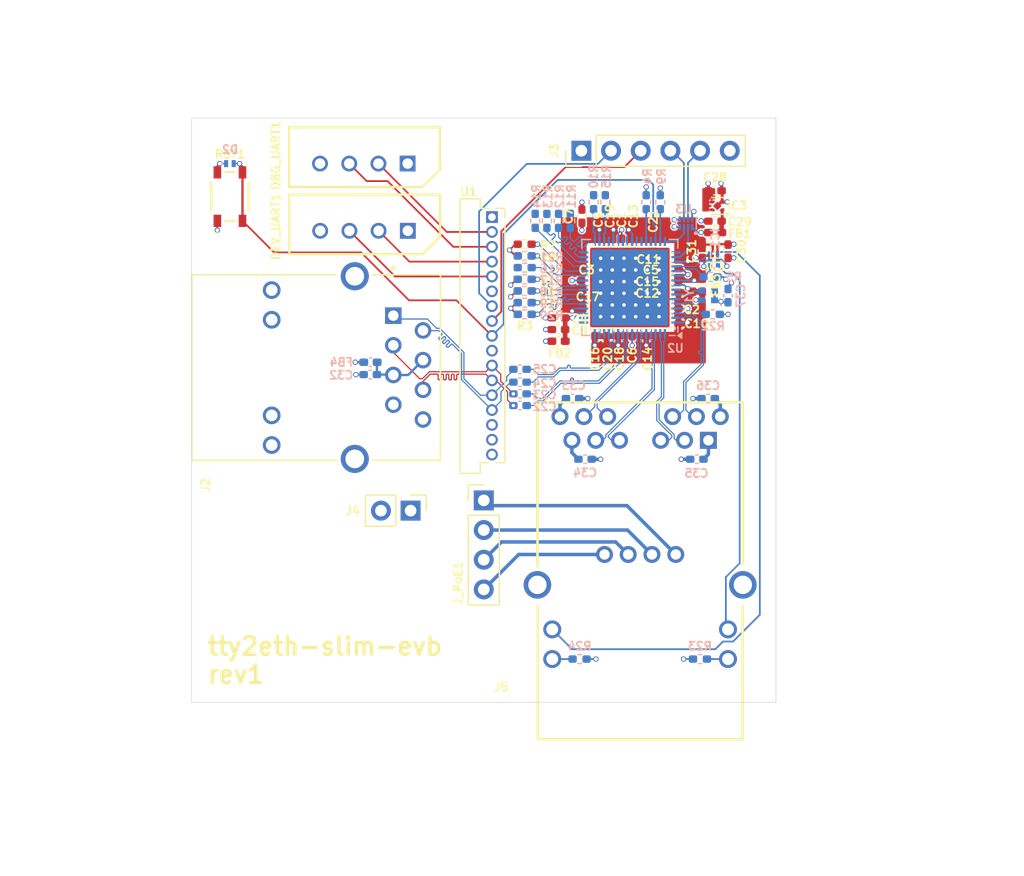
<source format=kicad_pcb>
(kicad_pcb (version 20240108) (generator "pcbnew") (generator_version "8.0")
  (layers (0 "F.Cu" signal) (1 "In1.Cu" power "VCC.Cu") (2 "In2.Cu" power "GND.Cu") (31 "B.Cu" signal) (34 "B.Paste" user) (35 "F.Paste" user) (36 "B.SilkS" user "B.Silkscreen") (37 "F.SilkS" user "F.Silkscreen") (38 "B.Mask" user) (39 "F.Mask" user) (44 "Edge.Cuts" user))
  (net 0 "")
  (net 1 "GND")
  (net 2 "/switch/KSZ_VDDIO")
  (net 3 "/switch/KSZ_AVDDH")
  (net 4 "+1V2")
  (net 5 "/switch/KSZ_AVDDL")
  (net 6 "/PHY_RX-")
  (net 7 "/PHY_RX+")
  (net 8 "/PHY_TX-")
  (net 9 "/PHY_TX+")
  (net 10 "/switch/TXRX2A+")
  (net 11 "+3V3")
  (net 12 "+1V8")
  (net 13 "Net-(J2-RXCT)")
  (net 14 "/switch/TXRX1D-")
  (net 15 "/switch/TXRX1C+")
  (net 16 "/switch/TXRX1B-")
  (net 17 "/switch/TXRX1A+")
  (net 18 "/switch/GRN-")
  (net 19 "/switch/TXRX1A-")
  (net 20 "/switch/TXRX1D+")
  (net 21 "/switch/TXRX1C-")
  (net 22 "/switch/YEL-")
  (net 23 "/switch/YEL+")
  (net 24 "/switch/GRN+")
  (net 25 "/switch/TXRX1B+")
  (net 31 "/switch/KSZ_RXD0")
  (net 32 "/switch/KSZ_RXD2")
  (net 33 "/switch/KSZ_RXD3")
  (net 34 "/switch/KSZ_~{PME}")
  (net 35 "/switch/KSZ_LED1_1")
  (net 36 "/switch/KSZ_RXD1")
  (net 37 "/switch/KSZ_RX_ER")
  (net 38 "/switch/KSZ_RX_CTL")
  (net 39 "/switch/KSZ_SDO")
  (net 40 "/switch/TX_CLK")
  (net 41 "/switch/KSZ_TX_CLK")
  (net 42 "/switch/KSZ_TXD0")
  (net 43 "/switch/TXD0")
  (net 44 "/switch/TXD1")
  (net 45 "/switch/KSZ_TXD1")
  (net 46 "/switch/KSZ_TXD2")
  (net 47 "/switch/TXD2")
  (net 48 "/switch/KSZ_TXD3")
  (net 49 "/switch/TXD3")
  (net 50 "/switch/KSZ_TX_CTL")
  (net 51 "/switch/TX_CTL")
  (net 52 "/switch/RX_CLK")
  (net 53 "/switch/KSZ_RX_CLK")
  (net 54 "/switch/RXD0")
  (net 55 "/switch/RXD1")
  (net 56 "/switch/RXD2")
  (net 57 "/switch/RXD3")
  (net 58 "/switch/RX_CTL")
  (net 59 "Net-(U2-ISET)")
  (net 60 "/DBG_UART_TX")
  (net 61 "/DEV_RST")
  (net 62 "/DBG_UART_RX")
  (net 63 "/~{RST}")
  (net 64 "/DEV_UART_RX")
  (net 65 "/EXT_TMP")
  (net 66 "/DEV_UART_TX")
  (net 68 "/switch/KSZ_LED2_0")
  (net 69 "/switch/KDZ_SCL")
  (net 73 "/switch/KDZ_SDA")
  (net 75 "/switch/KSZ_LED1_0")
  (net 79 "/switch/KSZ_LED2_1")
  (net 80 "/SCL")
  (net 81 "/SDA")
  (net 84 "Net-(U2-XI)")
  (net 85 "Net-(J5-TRCT4)")
  (net 86 "Net-(J5-TRCT3)")
  (net 87 "Net-(J5-TRCT2)")
  (net 88 "Net-(J5-TRCT1)")
  (net 89 "/switch/TRP4")
  (net 90 "/switch/TRP3")
  (net 91 "/switch/TRP1")
  (net 92 "/switch/TRP2")
  (net 93 "/switch/TXRX2A-")
  (net 94 "/switch/TXRX2B+")
  (net 95 "/switch/TXRX2B-")
  (footprint "Capacitor_SMD:C_0402_1005Metric_Pad0.74x0.62mm_HandSolder" (layer "F.Cu") (at 152.5 92.7 180)
    (property "Reference" "C10")
    (property "Value" "100n")
  )
  (footprint "Capacitor_SMD:C_0402_1005Metric_Pad0.74x0.62mm_HandSolder" (layer "F.Cu") (at 142.8 93.2 180)
    (property "Reference" "C8")
    (property "Value" "22u")
  )
  (footprint "Capacitor_SMD:C_0402_1005Metric_Pad0.74x0.62mm_HandSolder" (layer "F.Cu") (at 146.9 93.2 90)
    (property "Reference" "C20")
    (property "Value" "22u")
  )
  (footprint "extras:tty2eth-slim" (layer "F.Cu") (at 137.1 93.16 -90)
    (property "Reference" "U1")
    (property "Value" "tty2usb-slim")
  )
  (footprint "Capacitor_SMD:C_0402_1005Metric_Pad0.74x0.62mm_HandSolder" (layer "F.Cu") (at 156.185 81.325)
    (property "Reference" "C28")
    (property "Value" "1u")
  )
  (footprint "extras:CUI_CRJ011-ML1-TH" (layer "F.Cu") (at 122.31 96.455 -90)
    (property "Reference" "J2")
    (property "Value" "CRJ011-ML1-TH")
  )
  (footprint "Capacitor_SMD:C_0402_1005Metric_Pad0.74x0.62mm_HandSolder" (layer "F.Cu") (at 148.2 86 -90)
    (property "Reference" "C1")
    (property "Value" "100n")
  )
  (footprint "Resistor_SMD:R_0402_1005Metric_Pad0.72x0.64mm_HandSolder" (layer "F.Cu") (at 139.905 89.9)
    (property "Reference" "R6")
    (property "Value" "1k")
  )
  (footprint "Resistor_SMD:R_0402_1005Metric_Pad0.72x0.64mm_HandSolder" (layer "F.Cu") (at 139.905 88.9)
    (property "Reference" "R1")
    (property "Value" "4.7k")
  )
  (footprint "Capacitor_SMD:C_0402_1005Metric_Pad0.74x0.62mm_HandSolder" (layer "F.Cu") (at 152.5 89 180)
    (property "Reference" "C15")
    (property "Value" "100n")
  )
  (footprint "Capacitor_SMD:C_0402_1005Metric_Pad0.74x0.62mm_HandSolder" (layer "F.Cu") (at 145.3 89)
    (property "Reference" "C3")
    (property "Value" "100n")
  )
  (footprint "extras:BGA6C40P2X3_78X118X36" (layer "F.Cu") (at 156.2 86.5)
    (property "Reference" "IC2")
    (property "Value" "LD57100J120R" (hide yes))
  )
  (footprint "Resistor_SMD:R_0402_1005Metric_Pad0.72x0.64mm_HandSolder" (layer "F.Cu") (at 139.905 91.9)
    (property "Reference" "R3")
    (property "Value" "4.7k")
  )
  (footprint "Capacitor_SMD:C_0402_1005Metric_Pad0.74x0.62mm_HandSolder" (layer "F.Cu") (at 142.8 92.2 180)
    (property "Reference" "C4")
    (property "Value" "100n")
  )
  (footprint "Resistor_SMD:R_0402_1005Metric_Pad0.72x0.64mm_HandSolder" (layer "F.Cu") (at 139.905 90.9)
    (property "Reference" "R2")
    (property "Value" "4.7k")
  )
  (footprint "Capacitor_SMD:C_0402_1005Metric_Pad0.74x0.62mm_HandSolder" (layer "F.Cu") (at 150.3 93.2 90)
    (property "Reference" "C14")
    (property "Value" "100n")
  )
  (footprint "Capacitor_SMD:C_0402_1005Metric_Pad0.74x0.62mm_HandSolder" (layer "F.Cu") (at 147.9 93.2 90)
    (property "Reference" "C18")
    (property "Value" "100n")
  )
  (footprint "Resistor_SMD:R_0402_1005Metric_Pad0.72x0.64mm_HandSolder" (layer "F.Cu") (at 139.9025 86.9 180)
    (property "Reference" "R8")
    (property "Value" "1k")
  )
  (footprint "Capacitor_SMD:C_0402_1005Metric_Pad0.74x0.62mm_HandSolder" (layer "F.Cu") (at 155.1 86.5 -90)
    (property "Reference" "C31")
    (property "Value" "10u")
  )
  (footprint "Package_DFN_QFN:OnSemi_XDFN4-1EP_1.0x1.0mm_EP0.52x0.52mm" (layer "F.Cu") (at 156.385 82.625 180)
    (property "Reference" "IC3")
    (property "Value" "NCP177AMX180TCG")
  )
  (footprint "extras:TS204225WT160SMTTR" (layer "F.Cu") (at 114.675 81.825 90)
    (property "Reference" "RST1")
    (property "Value" "TS20-42-25-WT-160-SMT-TR" (hide yes))
  )
  (footprint "Capacitor_SMD:C_0402_1005Metric_Pad0.74x0.62mm_HandSolder" (layer "F.Cu") (at 145.9 93.2 90)
    (property "Reference" "C16")
    (property "Value" "100n")
  )
  (footprint "Capacitor_SMD:C_0402_1005Metric_Pad0.74x0.62mm_HandSolder" (layer "F.Cu") (at 145.3 91.4)
    (property "Reference" "C17")
    (property "Value" "100n")
  )
  (footprint "Capacitor_SMD:C_0402_1005Metric_Pad0.74x0.62mm_HandSolder" (layer "F.Cu") (at 152.5 88 180)
    (property "Reference" "C5")
    (property "Value" "100n")
  )
  (footprint "extras:SHDR4W70P0X250_1X4_1240X490X610P" (layer "F.Cu") (at 129.885 79 180)
    (property "Reference" "DBG_UART1")
    (property "Value" "22-03-5045" (hide yes))
  )
  (footprint "Capacitor_SMD:C_0402_1005Metric_Pad0.74x0.62mm_HandSolder" (layer "F.Cu") (at 152.5 90 180)
    (property "Reference" "C12")
    (property "Value" "100n")
  )
  (footprint "Inductor_SMD:L_0402_1005Metric_Pad0.77x0.64mm_HandSolder" (layer "F.Cu") (at 155.1 89.4 -90)
    (property "Reference" "FB3")
    (property "Value" "BLM15PX121SN1D")
  )
  (footprint "Connector_PinHeader_2.54mm:PinHeader_1x02_P2.54mm_Vertical" (layer "F.Cu") (at 130.14 108.7 -90)
    (property "Reference" "J4")
    (property "Value" "Conn_01x02")
  )
  (footprint "Capacitor_SMD:C_0402_1005Metric_Pad0.74x0.62mm_HandSolder" (layer "F.Cu") (at 146.2 86 -90)
    (property "Reference" "C9")
    (property "Value" "100n")
  )
  (footprint "Capacitor_SMD:C_0402_1005Metric_Pad0.74x0.62mm_HandSolder" (layer "F.Cu") (at 144.8 83.5 90)
    (property "Reference" "C7")
    (property "Value" "22u")
  )
  (footprint "Capacitor_SMD:C_0402_1005Metric_Pad0.74x0.62mm_HandSolder" (layer "F.Cu") (at 149.1 93.2 90)
    (property "Reference" "C6")
    (property "Value" "100n")
  )
  (footprint "extras:SHDR4W70P0X250_1X4_1240X490X610P" (layer "F.Cu") (at 129.9 84.75 180)
    (property "Reference" "DEV_UART1")
    (property "Value" "22-03-5045" (hide yes))
  )
  (footprint "Capacitor_SMD:C_0402_1005Metric_Pad0.74x0.62mm_HandSolder" (layer "F.Cu") (at 147.2 86 -90)
    (property "Reference" "C19")
    (property "Value" "100n")
  )
  (footprint "Capacitor_SMD:C_0402_1005Metric_Pad0.74x0.62mm_HandSolder" (layer "F.Cu") (at 150.9 86 -90)
    (property "Reference" "C21")
    (property "Value" "22u")
  )
  (footprint "Capacitor_SMD:C_0402_1005Metric_Pad0.74x0.62mm_HandSolder" (layer "F.Cu") (at 149.2 86 -90)
    (property "Reference" "C13")
    (property "Value" "100n")
  )
  (footprint "Capacitor_SMD:C_0402_1005Metric_Pad0.74x0.62mm_HandSolder" (layer "F.Cu") (at 152.5 87 180)
    (property "Reference" "C11")
    (property "Value" "100n")
  )
  (footprint "Inductor_SMD:L_0402_1005Metric_Pad0.77x0.64mm_HandSolder" (layer "F.Cu") (at 156.2 84.9 180)
    (property "Reference" "FB1")
    (property "Value" "BLM15PX121SN1D")
  )
  (footprint "Resistor_SMD:R_0402_1005Metric_Pad0.72x0.64mm_HandSolder" (layer "F.Cu") (at 139.9025 85.9 180)
    (property "Reference" "R7")
    (property "Value" "1k")
  )
  (footprint "extras:JT41202HL" (layer "F.Cu") (at 155.62 102.68)
    (property "Reference" "J5")
    (property "Value" "JT4-1202HL" (hide yes))
  )
  (footprint "Connector_PinHeader_2.54mm:PinHeader_1x04_P2.54mm_Vertical" (layer "F.Cu") (at 136.4 107.82)
    (property "Reference" "J_PoE1")
    (property "Value" "Conn_01x04")
  )
  (footprint "Capacitor_SMD:C_0402_1005Metric_Pad0.74x0.62mm_HandSolder" (layer "F.Cu") (at 156.185 83.925 180)
    (property "Reference" "C29")
    (property "Value" "1u")
  )
  (footprint "Inductor_SMD:L_0402_1005Metric_Pad0.77x0.64mm_HandSolder" (layer "F.Cu") (at 142.8 94.2)
    (property "Reference" "FB2")
    (property "Value" "BLM15PX121SN1D")
  )
  (footprint "Capacitor_SMD:C_0402_1005Metric_Pad0.74x0.62mm_HandSolder" (layer "F.Cu") (at 152.5 91.4 180)
    (property "Reference" "C2")
    (property "Value" "100n")
  )
  (footprint "Capacitor_SMD:C_0402_1005Metric_Pad0.74x0.62mm_HandSolder" (layer "F.Cu") (at 157.3 86.5 -90)
    (property "Reference" "C30")
    (property "Value" "1u / 4.7u")
  )
  (footprint "Connector_PinHeader_2.54mm:PinHeader_1x06_P2.54mm_Vertical" (layer "F.Cu") (at 144.75 77.9 90)
    (property "Reference" "J3")
    (property "Value" "Conn_01x06")
  )
  (footprint "Package_DFN_QFN:QFN-64-1EP_8x8mm_P0.4mm_EP6.5x6.5mm" (layer "B.Cu") (at 148.9 89.6 90)
    (property "Reference" "U2")
    (property "Value" "KSZ9563RNX")
  )
  (footprint "Resistor_SMD:R_0402_1005Metric_Pad0.72x0.64mm_HandSolder" (layer "B.Cu") (at 142.8 83.9 -90)
    (property "Reference" "R12")
    (property "Value" "33")
  )
  (footprint "Resistor_SMD:R_0402_1005Metric_Pad0.72x0.64mm_HandSolder" (layer "B.Cu") (at 154.9 121.4)
    (property "Reference" "R23")
    (property "Value" "1k")
  )
  (footprint "Resistor_SMD:R_0402_1005Metric_Pad0.72x0.64mm_HandSolder" (layer "B.Cu") (at 143.8 83.9 -90)
    (property "Reference" "R11")
    (property "Value" "33")
  )
  (footprint "Capacitor_SMD:C_0402_1005Metric_Pad0.74x0.62mm_HandSolder" (layer "B.Cu") (at 154.6325 104.3 180)
    (property "Reference" "C35")
    (property "Value" "100n")
  )
  (footprint "Resistor_SMD:R_0402_1005Metric_Pad0.72x0.64mm_HandSolder" (layer "B.Cu") (at 139.9 91.9)
    (property "Reference" "R20")
    (property "Value" "33")
  )
  (footprint "Resistor_SMD:R_0402_1005Metric_Pad0.72x0.64mm_HandSolder" (layer "B.Cu") (at 141.8 83.9025 -90)
    (property "Reference" "R13")
    (property "Value" "33")
  )
  (footprint "Capacitor_SMD:C_0402_1005Metric_Pad0.74x0.62mm_HandSolder" (layer "B.Cu") (at 139.5 98.705 180)
    (property "Reference" "C23")
    (property "Value" "100n")
  )
  (footprint "Capacitor_SMD:C_0402_1005Metric_Pad0.74x0.62mm_HandSolder" (layer "B.Cu") (at 139.5 97.705 180)
    (property "Reference" "C24")
    (property "Value" "100n")
  )
  (footprint "Resistor_SMD:R_0402_1005Metric_Pad0.72x0.64mm_HandSolder" (layer "B.Cu") (at 139.9 86.9)
    (property "Reference" "R21")
    (property "Value" "33")
  )
  (footprint "extras:SC133301ETG" (layer "B.Cu") (at 114.675 79)
    (property "Reference" "D2")
    (property "Value" "SC1333-01ETG" (hide yes))
  )
  (footprint "Capacitor_SMD:C_0402_1005Metric_Pad0.74x0.62mm_HandSolder" (layer "B.Cu") (at 139.5 99.705 180)
    (property "Reference" "C22")
    (property "Value" "100n")
  )
  (footprint "extras:PESD3V3L5UF115" (layer "B.Cu") (at 156.1 87.2 90)
    (property "Reference" "IC1")
    (property "Value" "74AUP2G07GM" (hide yes))
  )
  (footprint "Resistor_SMD:R_0402_1005Metric_Pad0.72x0.64mm_HandSolder" (layer "B.Cu") (at 144.5975 121.4 180)
    (property "Reference" "R24")
    (property "Value" "1k")
  )
  (footprint "Resistor_SMD:R_0402_1005Metric_Pad0.72x0.64mm_HandSolder" (layer "B.Cu") (at 139.9 90.9)
    (property "Reference" "R19")
    (property "Value" "33")
  )
  (footprint "Resistor_SMD:R_0402_1005Metric_Pad0.72x0.64mm_HandSolder" (layer "B.Cu") (at 156 91.9)
    (property "Reference" "R22")
    (property "Value" "6.04k")
  )
  (footprint "Resistor_SMD:R_0402_1005Metric_Pad0.72x0.64mm_HandSolder" (layer "B.Cu") (at 140.8 83.9 -90)
    (property "Reference" "R14")
    (property "Value" "33")
  )
  (footprint "extras:ECS1612MV250CNTR" (layer "B.Cu") (at 155.6 90.3 180)
    (property "Reference" "Y1")
    (property "Value" "ECS-1612MV-250-CN-TR" (hide yes))
  )
  (footprint "Capacitor_SMD:C_0402_1005Metric_Pad0.74x0.62mm_HandSolder" (layer "B.Cu") (at 157.3 90.3 90)
    (property "Reference" "C37")
    (property "Value" "100n")
  )
  (footprint "Resistor_SMD:R_0402_1005Metric_Pad0.72x0.64mm_HandSolder" (layer "B.Cu") (at 150.3 82.3 -90)
    (property "Reference" "R4")
    (property "Value" "4.7k")
  )
  (footprint "Resistor_SMD:R_0402_1005Metric_Pad0.72x0.64mm_HandSolder" (layer "B.Cu") (at 139.9 87.9)
    (property "Reference" "R16")
    (property "Value" "33")
  )
  (footprint "Package_SON:X2SON-8_1.4x1mm_P0.35mm" (layer "B.Cu") (at 153.7 84.1 90)
    (property "Reference" "U3")
    (property "Value" "TXS0102DQER")
  )
  (footprint "Resistor_SMD:R_0402_1005Metric_Pad0.72x0.64mm_HandSolder" (layer "B.Cu") (at 139.9 88.9)
    (property "Reference" "R17")
    (property "Value" "33")
  )
  (footprint "Capacitor_SMD:C_0402_1005Metric_Pad0.74x0.62mm_HandSolder" (layer "B.Cu") (at 155.6 99.1 180)
    (property "Reference" "C36")
    (property "Value" "100n")
  )
  (footprint "Resistor_SMD:R_0402_1005Metric_Pad0.72x0.64mm_HandSolder" (layer "B.Cu") (at 145.8 82.3 -90)
    (property "Reference" "R10")
    (property "Value" "33")
  )
  (footprint "Resistor_SMD:R_0402_1005Metric_Pad0.72x0.64mm_HandSolder" (layer "B.Cu") (at 151.5 82.3 90)
    (property "Reference" "R9")
    (property "Value" "1k")
  )
  (footprint "Capacitor_SMD:C_0402_1005Metric_Pad0.74x0.62mm_HandSolder" (layer "B.Cu") (at 145.0675 104.3)
    (property "Reference" "C34")
    (property "Value" "100n")
  )
  (footprint "Resistor_SMD:R_0402_1005Metric_Pad0.72x0.64mm_HandSolder" (layer "B.Cu") (at 139.9 89.9)
    (property "Reference" "R18")
    (property "Value" "33")
  )
  (footprint "Inductor_SMD:L_0402_1005Metric_Pad0.77x0.64mm_HandSolder" (layer "B.Cu") (at 126.7 96 180)
    (property "Reference" "FB4")
    (property "Value" "BLM15PE300SH1D")
  )
  (footprint "Capacitor_SMD:C_0402_1005Metric_Pad0.74x0.62mm_HandSolder" (layer "B.Cu") (at 126.6875 97.055 180)
    (property "Reference" "C32")
    (property "Value" "22n")
  )
  (footprint "Capacitor_SMD:C_0402_1005Metric_Pad0.74x0.62mm_HandSolder" (layer "B.Cu") (at 139.5 96.605 180)
    (property "Reference" "C25")
    (property "Value" "100n")
  )
  (footprint "Capacitor_SMD:C_0402_1005Metric_Pad0.74x0.62mm_HandSolder" (layer "B.Cu") (at 144 99.1)
    (property "Reference" "C33")
    (property "Value" "100n")
  )
  (footprint "Resistor_SMD:R_0402_1005Metric_Pad0.72x0.64mm_HandSolder" (layer "B.Cu") (at 146.8 82.3025 -90)
    (property "Reference" "R15")
    (property "Value" "33")
  )
  (footprint "Resistor_SMD:R_0402_1005Metric_Pad0.72x0.64mm_HandSolder" (layer "B.Cu") (at 155.8 88.7 180)
    (property "Reference" "R5")
    (property "Value" "4.7k")
  )
  (gr_rect (start 111.4 75.1) (end 161.4 125.1) (stroke (width 0.05)) (fill none) (layer "Edge.Cuts"))
  (gr_text "tty2eth-slim-evb\nrev1" (at 112.6 123.6 0) (layer "F.SilkS") (effects (font (size 1.5 1.5) (thickness 0.3) (bold yes)) (justify left bottom)))
  (segment (start 144.8 82.9325) (end 144.8 82.305) (width 0.3) (layer "F.Cu") (net 1))
  (segment (start 142.2325 93.2) (end 141.7 93.2) (width 0.4) (layer "F.Cu") (net 1))
  (segment (start 155.1 87.0675) (end 155.2675 86.9) (width 0.2) (layer "F.Cu") (net 1))
  (segment (start 155.2675 86.9) (end 156 86.9) (width 0.2) (layer "F.Cu") (net 1))
  (segment (start 156.385 82.625) (end 156.71 82.3) (width 0.25) (layer "F.Cu") (net 1))
  (segment (start 156.730761 82.279239) (end 157.228001 82.279239) (width 0.15) (layer "F.Cu") (net 1))
  (segment (start 156.87 82.3) (end 156.8 82.23) (width 0.25) (layer "F.Cu") (net 1))
  (segment (start 113.6 83.9) (end 113.6 84.7) (width 0.15) (layer "F.Cu") (net 1))
  (segment (start 142.2325 92.2) (end 141.7 92.2) (width 0.4) (layer "F.Cu") (net 1))
  (segment (start 139.1 86.9) (end 138.6 86.4) (width 0.15) (layer "F.Cu") (net 1))
  (segment (start 139.305 86.9) (end 139.1 86.9) (width 0.15) (layer "F.Cu") (net 1))
  (segment (start 139.1 85.9) (end 138.6 86.4) (width 0.15) (layer "F.Cu") (net 1))
  (segment (start 156.7525 80.7525) (end 156.7 80.7) (width 0.25) (layer "F.Cu") (net 1))
  (segment (start 156.8 82.23) (end 156.8 81.3725) (width 0.25) (layer "F.Cu") (net 1))
  (segment (start 155.6175 83.925) (end 155.025 83.925) (width 0.25) (layer "F.Cu") (net 1))
  (segment (start 154.569436 87.069436) (end 154.571372 87.0675) (width 0.2) (layer "F.Cu") (net 1))
  (segment (start 157.20724 82.3) (end 157.228001 82.279239) (width 0.25) (layer "F.Cu") (net 1))
  (segment (start 156.7525 81.325) (end 156.7525 80.7525) (width 0.25) (layer "F.Cu") (net 1))
  (segment (start 156.87 82.3) (end 157.20724 82.3) (width 0.25) (layer "F.Cu") (net 1))
  (segment (start 156.71 82.3) (end 156.87 82.3) (width 0.25) (layer "F.Cu") (net 1))
  (segment (start 154.571372 87.0675) (end 155.1 87.0675) (width 0.2) (layer "F.Cu") (net 1))
  (segment (start 139.2 89.9) (end 138.7 90.4) (width 0.15) (layer "F.Cu") (net 1))
  (segment (start 155.025 83.925) (end 155 83.9) (width 0.25) (layer "F.Cu") (net 1))
  (segment (start 113.6 79.75) (end 113.6 79.2) (width 0.15) (layer "F.Cu") (net 1))
  (segment (start 113.6 79.2) (end 113.8 79) (width 0.15) (layer "F.Cu") (net 1))
  (segment (start 139.3075 89.9) (end 139.2 89.9) (width 0.15) (layer "F.Cu") (net 1))
  (segment (start 139.305 85.9) (end 139.1 85.9) (width 0.15) (layer "F.Cu") (net 1))
  (segment (start 157.3 87.0675) (end 157.8 87.0675) (width 0.2) (layer "F.Cu") (net 1))
  (segment (start 156.385 82.625) (end 156.730761 82.279239) (width 0.15) (layer "F.Cu") (net 1))
  (segment (start 156.8 81.3725) (end 156.7525 81.325) (width 0.25) (layer "F.Cu") (net 1))
  (via (at 157.3 91.9) (size 0.45) (drill 0.3) (layers "F.Cu" "B.Cu") (net 1))
  (via (at 144.8 82.305) (size 0.45) (drill 0.3) (layers "F.Cu" "B.Cu") (net 1))
  (via (at 146.4 92.1) (size 0.45) (drill 0.3) (layers "F.Cu" "B.Cu") (net 1))
  (via (at 154.569436 87.069436) (size 0.45) (drill 0.3) (layers "F.Cu" "B.Cu") (net 1))
  (via (at 147.4 87.1) (size 0.45) (drill 0.3) (layers "F.Cu" "B.Cu") (net 1))
  (via (at 151.4 92.1) (size 0.45) (drill 0.3) (layers "F.Cu" "B.Cu") (net 1))
  (via (at 145.3 99.1) (size 0.45) (drill 0.3) (layers "F.Cu" "B.Cu") (net 1))
  (via (at 146.4 87.1) (size 0.45) (drill 0.3) (layers "F.Cu" "B.Cu") (net 1))
  (via (at 149.4 89.1) (size 0.45) (drill 0.3) (layers "F.Cu" "B.Cu") (net 1))
  (via (at 148.4 88.1) (size 0.45) (drill 0.3) (layers "F.Cu" "B.Cu") (net 1))
  (via (at 149.4 87.1) (size 0.45) (drill 0.3) (layers "F.Cu" "B.Cu") (net 1))
  (via (at 147.4 91.1) (size 0.45) (drill 0.3) (layers "F.Cu" "B.Cu") (net 1))
  (via (at 155 83.9) (size 0.45) (drill 0.3) (layers "F.Cu" "B.Cu") (net 1))
  (via (at 154.55131 90.665415) (size 0.45) (drill 0.3) (layers "F.Cu" "B.Cu") (net 1))
  (via (at 151.4 88.1) (size 0.45) (drill 0.3) (layers "F.Cu" "B.Cu") (net 1))
  (via (at 146.4 88.1) (size 0.45) (drill 0.3) (layers "F.Cu" "B.Cu") (net 1))
  (via (at 148.4 91.1) (size 0.45) (drill 0.3) (layers "F.Cu" "B.Cu") (net 1))
  (via (at 149.4 91.1) (size 0.45) (drill 0.3) (layers "F.Cu" "B.Cu") (net 1))
  (via (at 148.4 87.1) (size 0.45) (drill 0.3) (layers "F.Cu" "B.Cu") (net 1))
  (via (at 138.6 86.4) (size 0.45) (drill 0.3) (layers "F.Cu" "B.Cu") (net 1))
  (via (at 155.225998 87.8) (size 0.45) (drill 0.3) (layers "F.Cu" "B.Cu") (net 1))
  (via (at 146.4 90.1) (size 0.45) (drill 0.3) (layers "F.Cu" "B.Cu") (net 1))
  (via (at 148.4 90.1) (size 0.45) (drill 0.3) (layers "F.Cu" "B.Cu") (net 1))
  (via (at 151.4 87.1) (size 0.45) (drill 0.3) (layers "F.Cu" "B.Cu") (net 1))
  (via (at 150.4 88.1) (size 0.45) (drill 0.3) (layers "F.Cu" "B.Cu") (net 1))
  (via (at 147.4 89.1) (size 0.45) (drill 0.3) (layers "F.Cu" "B.Cu") (net 1))
  (via (at 141.7 93.2) (size 0.45) (drill 0.3) (layers "F.Cu" "B.Cu") (net 1))
  (via (at 149.4 92.1) (size 0.45) (drill 0.3) (layers "F.Cu" "B.Cu") (net 1))
  (via (at 146.4 89.1) (size 0.45) (drill 0.3) (layers "F.Cu" "B.Cu") (net 1))
  (via (at 153.3 104.3) (size 0.45) (drill 0.3) (layers "F.Cu" "B.Cu") (net 1))
  (via (at 141.7 92.2) (size 0.45) (drill 0.3) (layers "F.Cu" "B.Cu") (net 1))
  (via (at 138.7 90.4) (size 0.45) (drill 0.3) (layers "F.Cu" "B.Cu") (net 1))
  (via (at 157.228001 82.279239) (size 0.45) (drill 0.3) (layers "F.Cu" "B.Cu") (net 1))
  (via (at 113.8 79) (size 0.45) (drill 0.3) (layers "F.Cu" "B.Cu") (net 1))
  (via (at 157.6 89.2) (size 0.45) (drill 0.3) (layers "F.Cu" "B.Cu") (net 1))
  (via (at 156.7 80.7) (size 0.45) (drill 0.3) (layers "F.Cu" "B.Cu") (net 1))
  (via (at 147.4 90.1) (size 0.45) (drill 0.3) (layers "F.Cu" "B.Cu") (net 1))
  (via (at 150.4 87.1) (size 0.45) (drill 0.3) (layers "F.Cu" "B.Cu") (net 1))
  (via (at 150.4 90.1) (size 0.45) (drill 0.3) (layers "F.Cu" "B.Cu") (net 1))
  (via (at 157.8 87.0675) (size 0.45) (drill 0.3) (layers "F.Cu" "B.Cu") (net 1))
  (via (at 147.4 88.1) (size 0.45) (drill 0.3) (layers "F.Cu" "B.Cu") (net 1))
  (via (at 113.6 84.7) (size 0.45) (drill 0.3) (layers "F.Cu" "B.Cu") (net 1))
  (via (at 150.4 91.1) (size 0.45) (drill 0.3) (layers "F.Cu" "B.Cu") (net 1))
  (via (at 147.4 92.1) (size 0.45) (drill 0.3) (layers "F.Cu" "B.Cu") (net 1))
  (via (at 150.4 89.1) (size 0.45) (drill 0.3) (layers "F.Cu" "B.Cu") (net 1))
  (via (at 154.3 99.1) (size 0.45) (drill 0.3) (layers "F.Cu" "B.Cu") (net 1))
  (via (at 148.4 92.1) (size 0.45) (drill 0.3) (layers "F.Cu" "B.Cu") (net 1))
  (via (at 151.4 89.1) (size 0.45) (drill 0.3) (layers "F.Cu" "B.Cu") (net 1))
  (via (at 152.7 84.4) (size 0.45) (drill 0.3) (layers "F.Cu" "B.Cu") (net 1))
  (via (at 146.4 104.3) (size 0.45) (drill 0.3) (layers "F.Cu" "B.Cu") (net 1))
  (via (at 149.4 88.1) (size 0.45) (drill 0.3) (layers "F.Cu" "B.Cu") (net 1))
  (via (at 151.4 90.1) (size 0.45) (drill 0.3) (layers "F.Cu" "B.Cu") (net 1))
  (via (at 149.4 90.1) (size 0.45) (drill 0.3) (layers "F.Cu" "B.Cu") (net 1))
  (via (at 151.5 81.1) (size 0.45) (drill 0.3) (layers "F.Cu" "B.Cu") (net 1))
  (via (at 146.4 91.1) (size 0.45) (drill 0.3) (layers "F.Cu" "B.Cu") (net 1))
  (via (at 151.4 91.1) (size 0.45) (drill 0.3) (layers "F.Cu" "B.Cu") (net 1))
  (via (at 125.455 97.055) (size 0.45) (drill 0.3) (layers "F.Cu" "B.Cu") (net 1))
  (via (at 150.4 92.1) (size 0.45) (drill 0.3) (layers "F.Cu" "B.Cu") (net 1))
  (via (at 148.4 89.1) (size 0.45) (drill 0.3) (layers "F.Cu" "B.Cu") (net 1))
  (segment (start 155.6775 87.2855) (end 155.763 87.2) (width 0.15) (layer "B.Cu") (net 1))
  (segment (start 157.3 91.9) (end 156.5975 91.9) (width 0.12) (layer "B.Cu") (net 1))
  (segment (start 154.585895 90.7) (end 154.55131 90.665415) (width 0.2) (layer "B.Cu") (net 1))
  (segment (start 157.3 89.7325) (end 157.3 89.5) (width 0.15) (layer "B.Cu") (net 1))
  (segment (start 113.8 79) (end 114.35 79) (width 0.15) (layer "B.Cu") (net 1))
  (segment (start 145.635 104.3) (end 146.4 104.3) (width 0.3) (layer "B.Cu") (net 1))
  (segment (start 155.225998 87.8) (end 155.225998 87.550002) (width 0.15) (layer "B.Cu") (net 1))
  (segment (start 152.7 84.4) (end 152.735 84.435) (width 0.15) (layer "B.Cu") (net 1))
  (segment (start 155.0325 99.1) (end 154.3 99.1) (width 0.3) (layer "B.Cu") (net 1))
  (segment (start 157.3 89.5) (end 157.6 89.2) (width 0.15) (layer "B.Cu") (net 1))
  (segment (start 144.5675 99.1) (end 145.3 99.1) (width 0.3) (layer "B.Cu") (net 1))
  (segment (start 151.5 81.7025) (end 151.5 81.1) (width 0.15) (layer "B.Cu") (net 1))
  (segment (start 125.455 97.055) (end 126.12 97.055) (width 0.15) (layer "B.Cu") (net 1))
  (segment (start 154.065 104.3) (end 153.3 104.3) (width 0.3) (layer "B.Cu") (net 1))
  (segment (start 152.85 90.6) (end 149.9 90.6) (width 0.15) (layer "B.Cu") (net 1))
  (segment (start 155.225998 87.550002) (end 155.4905 87.2855) (width 0.15) (layer "B.Cu") (net 1))
  (segment (start 155.4905 87.2855) (end 155.6775 87.2855) (width 0.15) (layer "B.Cu") (net 1))
  (segment (start 155.05 90.7) (end 154.585895 90.7) (width 0.2) (layer "B.Cu") (net 1))
  (segment (start 152.735 84.435) (end 153.175 84.435) (width 0.15) (layer "B.Cu") (net 1))
  (segment (start 139.2 88.9) (end 138.7 89.4) (width 0.15) (layer "F.Cu") (net 2))
  (segment (start 155.6275 84.9) (end 155 84.9) (width 0.2) (layer "F.Cu") (net 2))
  (segment (start 144.72349 89.00901) (end 144.7325 89) (width 0.15) (layer "F.Cu") (net 2))
  (segment (start 153.859799 88.4971) (end 153.362699 88) (width 0.15) (layer "F.Cu") (net 2))
  (segment (start 139.221538 91.9) (end 138.707905 91.386367) (width 0.15) (layer "F.Cu") (net 2))
  (segment (start 144.8 84.0675) (end 144.8 84.7) (width 0.3) (layer "F.Cu") (net 2))
  (segment (start 139.194272 90.9) (end 139.3075 90.9) (width 0.15) (layer "F.Cu") (net 2))
  (segment (start 153.362699 88) (end 153.0675 88) (width 0.15) (layer "F.Cu") (net 2))
  (segment (start 139.3075 88.9) (end 139.2 88.9) (width 0.15) (layer "F.Cu") (net 2))
  (segment (start 138.707905 91.386367) (end 139.194272 90.9) (width 0.15) (layer "F.Cu") (net 2))
  (segment (start 148.2 85.4325) (end 148.2 84.663247) (width 0.15) (layer "F.Cu") (net 2))
  (segment (start 139.3075 91.9) (end 139.221538 91.9) (width 0.15) (layer "F.Cu") (net 2))
  (segment (start 148.2 84.663247) (end 148.202944 84.660303) (width 0.15) (layer "F.Cu") (net 2))
  (segment (start 143.960303 89.00901) (end 144.72349 89.00901) (width 0.15) (layer "F.Cu") (net 2))
  (via (at 148.202944 84.660303) (size 0.45) (drill 0.3) (layers "F.Cu" "B.Cu") (net 2))
  (via (at 155 84.9) (size 0.45) (drill 0.3) (layers "F.Cu" "B.Cu") (net 2))
  (via (at 138.707905 91.386367) (size 0.45) (drill 0.3) (layers "F.Cu" "B.Cu") (net 2))
  (via (at 157.1 88.9) (size 0.45) (drill 0.3) (layers "F.Cu" "B.Cu") (net 2))
  (via (at 157.2 87.787) (size 0.45) (drill 0.3) (layers "F.Cu" "B.Cu") (net 2))
  (via (at 138.7 89.4) (size 0.45) (drill 0.3) (layers "F.Cu" "B.Cu") (net 2))
  (via (at 153.859799 88.4971) (size 0.45) (drill 0.3) (layers "F.Cu" "B.Cu") (net 2))
  (via (at 150.3 81) (size 0.45) (drill 0.3) (layers "F.Cu" "B.Cu") (net 2))
  (via (at 152.7 83.8) (size 0.45) (drill 0.3) (layers "F.Cu" "B.Cu") (net 2))
  (via (at 143.960303 89.00901) (size 0.45) (drill 0.3) (layers "F.Cu" "B.Cu") (net 2))
  (via (at 144.8 84.7) (size 0.45) (drill 0.3) (layers "F.Cu" "B.Cu") (net 2))
  (segment (start 157.2 87.787) (end 157.2 87.6615) (width 0.15) (layer "B.Cu") (net 2))
  (segment (start 144.95 89) (end 143.969313 89) (width 0.15) (layer "B.Cu") (net 2))
  (segment (start 150.3 81.7025) (end 150.3 81) (width 0.15) (layer "B.Cu") (net 2))
  (segment (start 156.7385 87.2) (end 156.437 87.2) (width 0.15) (layer "B.Cu") (net 2))
  (segment (start 153.506245 88.6) (end 152.85 88.6) (width 0.15) (layer "B.Cu") (net 2))
  (segment (start 152.7 83.8) (end 153.14 83.8) (width 0.15) (layer "B.Cu") (net 2))
  (segment (start 156.9 88.7) (end 157.1 88.9) (width 0.15) (layer "B.Cu") (net 2))
  (segment (start 153.859799 88.4971) (end 153.609145 88.4971) (width 0.15) (layer "B.Cu") (net 2))
  (segment (start 153.14 83.8) (end 153.175 83.765) (width 0.15) (layer "B.Cu") (net 2))
  (segment (start 154.225 84.435) (end 154.69 84.9) (width 0.15) (layer "B.Cu") (net 2))
  (segment (start 157.2 87.6615) (end 156.7385 87.2) (width 0.15) (layer "B.Cu") (net 2))
  (segment (start 147.9 84.963248) (end 148.202944 84.660303) (width 0.15) (layer "B.Cu") (net 2))
  (segment (start 156.3975 88.7) (end 156.9 88.7) (width 0.15) (layer "B.Cu") (net 2))
  (segment (start 154.69 84.9) (end 155 84.9) (width 0.15) (layer "B.Cu") (net 2))
  (segment (start 147.9 85.65) (end 147.9 84.963248) (width 0.15) (layer "B.Cu") (net 2))
  (segment (start 143.969313 89) (end 143.960303 89.00901) (width 0.15) (layer "B.Cu") (net 2))
  (segment (start 153.609145 88.4971) (end 153.506245 88.6) (width 0.15) (layer "B.Cu") (net 2))
  (segment (start 143.3675 92.2) (end 143.960709 92.2) (width 0.3) (layer "F.Cu") (net 3))
  (segment (start 143.960709 92.2) (end 143.960826 92.199883) (width 0.3) (layer "F.Cu") (net 3))
  (segment (start 143.3675 92.2) (end 143.3675 93.2) (width 0.4) (layer "F.Cu") (net 3))
  (segment (start 153.07256 91.40506) (end 153.0675 91.4) (width 0.15) (layer "F.Cu") (net 3))
  (segment (start 149.1 94.555062) (end 149.1 93.7675) (width 0.15) (layer "F.Cu") (net 3))
  (segment (start 153.852456 91.40506) (end 153.07256 91.40506) (width 0.15) (layer "F.Cu") (net 3))
  (segment (start 143.3675 93.2) (end 143.3675 94.195) (width 0.4) (layer "F.Cu") (net 3))
  (segment (start 143.3675 94.195) (end 143.3725 94.2) (width 0.4) (layer "F.Cu") (net 3))
  (via (at 153.852456 91.40506) (size 0.45) (drill 0.3) (layers "F.Cu" "B.Cu") (net 3))
  (via (at 143.960826 92.199883) (size 0.45) (drill 0.3) (layers "F.Cu" "B.Cu") (net 3))
  (via (at 149.1 94.555062) (size 0.45) (drill 0.3) (layers "F.Cu" "B.Cu") (net 3))
  (via (at 156.7 90.8) (size 0.45) (drill 0.3) (layers "F.Cu" "B.Cu") (net 3))
  (segment (start 143.960826 92.199883) (end 144.037825 92.122883) (width 0.15) (layer "B.Cu") (net 3))
  (segment (start 156.25 90.8) (end 156.15 90.7) (width 0.2) (layer "B.Cu") (net 3))
  (segment (start 144.166308 92.122883) (end 144.489191 91.8) (width 0.15) (layer "B.Cu") (net 3))
  (segment (start 149.151576 94.503988) (end 149.098458 94.557106) (width 0.15) (layer "B.Cu") (net 3))
  (segment (start 152.85 91.4) (end 152.85506 91.40506) (width 0.15) (layer "B.Cu") (net 3))
  (segment (start 156.7675 90.8675) (end 156.7 90.8) (width 0.2) (layer "B.Cu") (net 3))
  (segment (start 156.15 90.7) (end 156.15 89.9) (width 0.2) (layer "B.Cu") (net 3))
  (segment (start 144.037825 92.122883) (end 144.166308 92.122883) (width 0.15) (layer "B.Cu") (net 3))
  (segment (start 144.489191 91.8) (end 144.95 91.8) (width 0.15) (layer "B.Cu") (net 3))
  (segment (start 152.85506 91.40506) (end 153.852456 91.40506) (width 0.15) (layer "B.Cu") (net 3))
  (segment (start 149.1 93.601576) (end 149.1 94.503988) (width 0.15) (layer "B.Cu") (net 3))
  (segment (start 156.7 90.8) (end 156.25 90.8) (width 0.2) (layer "B.Cu") (net 3))
  (segment (start 157.3 90.8675) (end 156.7675 90.8675) (width 0.2) (layer "B.Cu") (net 3))
  (segment (start 156 86.5) (end 156 86.1) (width 0.2) (layer "F.Cu") (net 4))
  (segment (start 156 86.1) (end 155.8325 85.9325) (width 0.2) (layer "F.Cu") (net 4))
  (segment (start 155.0675 85.9) (end 155.1 85.9325) (width 0.2) (layer "F.Cu") (net 4))
  (segment (start 155.8325 85.9325) (end 155.1 85.9325) (width 0.2) (layer "F.Cu") (net 4))
  (via (at 146.293756 84.660303) (size 0.45) (drill 0.3) (layers "F.Cu" "B.Cu") (net 4))
  (via (at 154.407806 88.997102) (size 0.45) (drill 0.3) (layers "F.Cu" "B.Cu") (net 4))
  (via (at 148.803985 84.660303) (size 0.45) (drill 0.3) (layers "F.Cu" "B.Cu") (net 4))
  (via (at 153.858471 87.338596) (size 0.45) (drill 0.3) (layers "F.Cu" "B.Cu") (net 4))
  (via (at 143.959202 91.622883) (size 0.45) (drill 0.3) (layers "F.Cu" "B.Cu") (net 4))
  (via (at 147.495837 84.660303) (size 0.45) (drill 0.3) (layers "F.Cu" "B.Cu") (net 4))
  (segment (start 147.495837 85.645838) (end 147.5 85.650001) (width 0.15) (layer "B.Cu") (net 4))
  (segment (start 146.3 85.650001) (end 146.293756 85.643756) (width 0.15) (layer "B.Cu") (net 4))
  (segment (start 148.803985 84.660303) (end 149.1 84.956319) (width 0.15) (layer "B.Cu") (net 4))
  (segment (start 153.858471 87.338596) (end 153.797067 87.4) (width 0.15) (layer "B.Cu") (net 4))
  (segment (start 153.797067 87.4) (end 152.85 87.4) (width 0.15) (layer "B.Cu") (net 4))
  (segment (start 146.293756 85.643756) (end 146.293756 84.660303) (width 0.15) (layer "B.Cu") (net 4))
  (segment (start 147.495837 84.660303) (end 147.495837 85.645838) (width 0.15) (layer "B.Cu") (net 4))
  (segment (start 152.8529 88.9971) (end 152.85 89) (width 0.15) (layer "B.Cu") (net 4))
  (segment (start 154.407804 88.9971) (end 152.8529 88.9971) (width 0.15) (layer "B.Cu") (net 4))
  (segment (start 143.959202 91.622883) (end 144.182084 91.4) (width 0.15) (layer "B.Cu") (net 4))
  (segment (start 144.182084 91.4) (end 144.95 91.4) (width 0.15) (layer "B.Cu") (net 4))
  (segment (start 149.1 84.956319) (end 149.1 85.650001) (width 0.15) (layer "B.Cu") (net 4))
  (segment (start 154.407806 88.997102) (end 154.407804 88.9971) (width 0.15) (layer "B.Cu") (net 4))
  (segment (start 153.85546 92.601234) (end 153.166266 92.601234) (width 0.15) (layer "F.Cu") (net 5))
  (segment (start 153.559798 90) (end 153.859798 89.7) (width 0.15) (layer "F.Cu") (net 5))
  (segment (start 153.166266 92.601234) (end 153.0675 92.7) (width 0.15) (layer "F.Cu") (net 5))
  (segment (start 150.3 94.552106) (end 150.3 93.7675) (width 0.15) (layer "F.Cu") (net 5))
  (segment (start 153.0675 90) (end 153.559798 90) (width 0.15) (layer "F.Cu") (net 5))
  (segment (start 147.9 94.554434) (end 147.9 93.7675) (width 0.15) (layer "F.Cu") (net 5))
  (via (at 147.9 94.554434) (size 0.45) (drill 0.3) (layers "F.Cu" "B.Cu") (net 5))
  (via (at 153.859798 89.7) (size 0.45) (drill 0.3) (layers "F.Cu" "B.Cu") (net 5))
  (via (at 150.3 94.552106) (size 0.45) (drill 0.3) (layers "F.Cu" "B.Cu") (net 5))
  (via (at 145.898389 94.557054) (size 0.45) (drill 0.3) (layers "F.Cu" "B.Cu") (net 5))
  (via (at 153.85546 92.601234) (size 0.45) (drill 0.3) (layers "F.Cu" "B.Cu") (net 5))
  (segment (start 145.9 94.555443) (end 145.9 93.55) (width 0.15) (layer "B.Cu") (net 5))
  (segment (start 153.859798 89.7) (end 153.85254 89.7) (width 0.15) (layer "B.Cu") (net 5))
  (segment (start 152.862131 89.387868) (end 152.849999 89.4) (width 0.15) (layer "B.Cu") (net 5))
  (segment (start 152.849999 92.6) (end 152.851233 92.601234) (width 0.15) (layer "B.Cu") (net 5))
  (segment (start 152.851233 92.601234) (end 153.85546 92.601234) (width 0.15) (layer "B.Cu") (net 5))
  (segment (start 153.85254 89.7) (end 153.540408 89.387868) (width 0.15) (layer "B.Cu") (net 5))
  (segment (start 147.9 94.531783) (end 147.9 93.55) (width 0.15) (layer "B.Cu") (net 5))
  (segment (start 145.898389 94.557054) (end 145.9 94.555443) (width 0.15) (layer "B.Cu") (net 5))
  (segment (start 150.3 93.498947) (end 150.3 94.501053) (width 0.15) (layer "B.Cu") (net 5))
  (segment (start 153.540408 89.387868) (end 152.862131 89.387868) (width 0.15) (layer "B.Cu") (net 5))
  (segment (start 132.408129 97.015) (end 132.362729 97.015) (width 0.1) (layer "F.Cu") (net 6))
  (segment (start 137.1 97.55) (end 137.445 97.55) (width 0.1) (layer "F.Cu") (net 6))
  (segment (start 138.4325 99.2375) (end 138.9 99.705) (width 0.1) (layer "F.Cu") (net 6))
  (segment (start 132.498929 97.415959) (end 132.498929 97.1058) (width 0.1) (layer "F.Cu") (net 6))
  (segment (start 136.565 97.015) (end 134.178729 97.015) (width 0.1) (layer "F.Cu") (net 6))
  (segment (start 132.635129 97.506759) (end 132.589729 97.506759) (width 0.1) (layer "F.Cu") (net 6))
  (segment (start 133.543129 97.506753) (end 133.497729 97.506753) (width 0.1) (layer "F.Cu") (net 6))
  (segment (start 133.770129 97.015) (end 133.724729 97.015) (width 0.1) (layer "F.Cu") (net 6))
  (segment (start 138.4325 98.5375) (end 138.4325 99.2375) (width 0.1) (layer "F.Cu") (net 6))
  (segment (start 133.406929 97.415953) (end 133.406929 97.1058) (width 0.1) (layer "F.Cu") (net 6))
  (segment (start 133.316129 97.015) (end 133.270729 97.015) (width 0.1) (layer "F.Cu") (net 6))
  (segment (start 132.862129 97.015) (end 132.816729 97.015) (width 0.1) (layer "F.Cu") (net 6))
  (segment (start 133.860929 97.415951) (end 133.860929 97.1058) (width 0.1) (layer "F.Cu") (net 6))
  (segment (start 131.831422 97.01) (end 131.2 97.641422) (width 0.1) (layer "F.Cu") (net 6))
  (segment (start 132.362729 97.015) (end 132.111361 97.015) (width 0.1) (layer "F.Cu") (net 6))
  (segment (start 137.445 97.55) (end 138.4325 98.5375) (width 0.1) (layer "F.Cu") (net 6))
  (segment (start 131.2 97.641422) (end 131.2 98.36) (width 0.1) (layer "F.Cu") (net 6))
  (segment (start 133.633929 97.1058) (end 133.633929 97.415953) (width 0.1) (layer "F.Cu") (net 6))
  (segment (start 133.997129 97.506751) (end 133.951729 97.506751) (width 0.1) (layer "F.Cu") (net 6))
  (segment (start 132.725929 97.1058) (end 132.725929 97.415959) (width 0.1) (layer "F.Cu") (net 6))
  (segment (start 138.9 99.705) (end 138.9325 99.705) (width 0.1) (layer "F.Cu") (net 6))
  (segment (start 131.836422 97.015) (end 131.831422 97.01) (width 0.1) (layer "F.Cu") (net 6))
  (segment (start 133.179929 97.1058) (end 133.179929 97.415951) (width 0.1) (layer "F.Cu") (net 6))
  (segment (start 132.952929 97.415951) (end 132.952929 97.1058) (width 0.1) (layer "F.Cu") (net 6))
  (segment (start 137.1 97.55) (end 136.565 97.015) (width 0.1) (layer "F.Cu") (net 6))
  (segment (start 133.089129 97.506751) (end 133.043729 97.506751) (width 0.1) (layer "F.Cu") (net 6))
  (segment (start 134.087929 97.1058) (end 134.087929 97.415951) (width 0.1) (layer "F.Cu") (net 6))
  (segment (start 132.111361 97.015) (end 131.836422 97.015) (width 0.1) (layer "F.Cu") (net 6))
  (via (at 138.9325 99.705) (size 0.45) (drill 0.3) (layers "F.Cu" "B.Cu") (net 6))
  (arc (start 133.043729 97.506751) (mid 132.979524 97.480156) (end 132.952929 97.415951) (width 0.1) (layer "F.Cu") (net 6))
  (arc (start 133.179929 97.415951) (mid 133.153334 97.480156) (end 133.089129 97.506751) (width 0.1) (layer "F.Cu") (net 6))
  (arc (start 132.498929 97.1058) (mid 132.472334 97.041595) (end 132.408129 97.015) (width 0.1) (layer "F.Cu") (net 6))
  (arc (start 132.725929 97.415959) (mid 132.699334 97.480164) (end 132.635129 97.506759) (width 0.1) (layer "F.Cu") (net 6))
  (arc (start 132.816729 97.015) (mid 132.752524 97.041595) (end 132.725929 97.1058) (width 0.1) (layer "F.Cu") (net 6))
  (arc (start 132.952929 97.1058) (mid 132.926334 97.041595) (end 132.862129 97.015) (width 0.1) (layer "F.Cu") (net 6))
  (arc (start 133.497729 97.506753) (mid 133.433524 97.480158) (end 133.406929 97.415953) (width 0.1) (layer "F.Cu") (net 6))
  (arc (start 134.087929 97.415951) (mid 134.061334 97.480156) (end 133.997129 97.506751) (width 0.1) (layer "F.Cu") (net 6))
  (arc (start 133.270729 97.015) (mid 133.206524 97.041595) (end 133.179929 97.1058) (width 0.1) (layer "F.Cu") (net 6))
  (arc (start 133.724729 97.015) (mid 133.660524 97.041595) (end 133.633929 97.1058) (width 0.1) (layer "F.Cu") (net 6))
  (arc (start 133.951729 97.506751) (mid 133.887524 97.480156) (end 133.860929 97.415951) (width 0.1) (layer "F.Cu") (net 6))
  (arc (start 133.633929 97.415953) (mid 133.607334 97.480158) (end 133.543129 97.506753) (width 0.1) (layer "F.Cu") (net 6))
  (arc (start 133.406929 97.1058) (mid 133.380334 97.041595) (end 133.316129 97.015) (width 0.1) (layer "F.Cu") (net 6))
  (arc (start 132.589729 97.506759) (mid 132.525524 97.480164) (end 132.498929 97.415959) (width 0.1) (layer "F.Cu") (net 6))
  (arc (start 134.178729 97.015) (mid 134.114524 97.041595) (end 134.087929 97.1058) (width 0.1) (layer "F.Cu") (net 6))
  (arc (start 133.860929 97.1058) (mid 133.834334 97.041595) (end 133.770129 97.015) (width 0.1) (layer "F.Cu") (net 6))
  (segment (start 131.152578 97.406) (end 130.912533 97.406) (width 0.1) (layer "F.Cu") (net 7))
  (segment (start 131.748578 96.81) (end 131.152578 97.406) (width 0.1) (layer "F.Cu") (net 7))
  (segment (start 137.85 97.6225) (end 138.9325 98.705) (width 0.1) (layer "F.Cu") (net 7))
  (segment (start 130.912533 97.406) (end 128.66 95.153467) (width 0.1) (layer "F.Cu") (net 7))
  (segment (start 136.565 96.815) (end 132.148578 96.815) (width 0.1) (layer "F.Cu") (net 7))
  (segment (start 132.148578 96.815) (end 132.143578 96.81) (width 0.1) (layer "F.Cu") (net 7))
  (segment (start 128.66 95.153467) (end 128.66 94.55) (width 0.1) (layer "F.Cu") (net 7))
  (segment (start 132.143578 96.81) (end 131.748578 96.81) (width 0.1) (layer "F.Cu") (net 7))
  (segment (start 137.1 96.28) (end 137.85 97.03) (width 0.1) (layer "F.Cu") (net 7))
  (segment (start 137.85 97.03) (end 137.85 97.6225) (width 0.1) (layer "F.Cu") (net 7))
  (segment (start 137.1 96.28) (end 136.565 96.815) (width 0.1) (layer "F.Cu") (net 7))
  (via (at 138.9325 98.705) (size 0.45) (drill 0.3) (layers "F.Cu" "B.Cu") (net 7))
  (segment (start 137.1 100.09) (end 137.875 99.315) (width 0.1) (layer "B.Cu") (net 8))
  (segment (start 131.2 93.28) (end 131.215948 93.295948) (width 0.1) (layer "B.Cu") (net 8))
  (segment (start 137.875 99.315) (end 137.875 98.53) (width 0.1) (layer "B.Cu") (net 8))
  (segment (start 131.215948 93.295948) (end 132.549526 93.295948) (width 0.1) (layer "B.Cu") (net 8))
  (segment (start 133.378766 94.692456) (end 133.598195 94.473026) (width 0.1) (layer "B.Cu") (net 8))
  (segment (start 134.289994 95.036416) (end 134.5 95.246422) (width 0.1) (layer "B.Cu") (net 8))
  (segment (start 132.576248 94.018255) (end 132.60835 94.050357) (width 0.1) (layer "B.Cu") (net 8))
  (segment (start 133.726605 94.473026) (end 133.758709 94.505131) (width 0.1) (layer "B.Cu") (net 8))
  (segment (start 133.057794 94.371377) (end 133.277169 94.152001) (width 0.1) (layer "B.Cu") (net 8))
  (segment (start 132.549526 93.295948) (end 132.795631 93.542053) (width 0.1) (layer "B.Cu") (net 8))
  (segment (start 133.758709 94.505131) (end 134.289994 95.036416) (width 0.1) (layer "B.Cu") (net 8))
  (segment (start 134.5 95.246422) (end 134.5 97.49) (width 0.1) (layer "B.Cu") (net 8))
  (segment (start 138.7 97.705) (end 138.9325 97.705) (width 0.1) (layer "B.Cu") (net 8))
  (segment (start 134.5 97.49) (end 137.1 100.09) (width 0.1) (layer "B.Cu") (net 8))
  (segment (start 133.437683 94.312515) (end 133.218253 94.531944) (width 0.1) (layer "B.Cu") (net 8))
  (segment (start 132.897281 94.339275) (end 132.929383 94.371377) (width 0.1) (layer "B.Cu") (net 8))
  (segment (start 132.736761 94.050357) (end 132.956143 93.830974) (width 0.1) (layer "B.Cu") (net 8))
  (segment (start 133.218253 94.660354) (end 133.250355 94.692456) (width 0.1) (layer "B.Cu") (net 8))
  (segment (start 131.221551 93.301551) (end 131.2 93.28) (width 0.1) (layer "B.Cu") (net 8))
  (segment (start 133.40558 94.152001) (end 133.437683 94.184105) (width 0.1) (layer "B.Cu") (net 8))
  (segment (start 133.116657 93.991489) (end 132.897281 94.210864) (width 0.1) (layer "B.Cu") (net 8))
  (segment (start 137.875 98.53) (end 138.7 97.705) (width 0.1) (layer "B.Cu") (net 8))
  (segment (start 132.795631 93.670463) (end 132.576248 93.889845) (width 0.1) (layer "B.Cu") (net 8))
  (segment (start 133.084553 93.830974) (end 133.116657 93.863079) (width 0.1) (layer "B.Cu") (net 8))
  (arc (start 133.116657 93.863079) (mid 133.143252 93.927284) (end 133.116657 93.991489) (width 0.1) (layer "B.Cu") (net 8))
  (arc (start 132.956143 93.830974) (mid 133.020348 93.804379) (end 133.084553 93.830974) (width 0.1) (layer "B.Cu") (net 8))
  (arc (start 133.250355 94.692456) (mid 133.314561 94.71905) (end 133.378766 94.692456) (width 0.1) (layer "B.Cu") (net 8))
  (arc (start 133.437683 94.184105) (mid 133.464278 94.24831) (end 133.437683 94.312515) (width 0.1) (layer "B.Cu") (net 8))
  (arc (start 133.218253 94.531944) (mid 133.191658 94.596149) (end 133.218253 94.660354) (width 0.1) (layer "B.Cu") (net 8))
  (arc (start 132.795631 93.542053) (mid 132.822226 93.606258) (end 132.795631 93.670463) (width 0.1) (layer "B.Cu") (net 8))
  (arc (start 132.897281 94.210864) (mid 132.870686 94.275069) (end 132.897281 94.339275) (width 0.1) (layer "B.Cu") (net 8))
  (arc (start 133.277169 94.152001) (mid 133.341374 94.125406) (end 133.40558 94.152001) (width 0.1) (layer "B.Cu") (net 8))
  (arc (start 132.929383 94.371377) (mid 132.993589 94.397971) (end 133.057794 94.371377) (width 0.1) (layer "B.Cu") (net 8))
  (arc (start 132.60835 94.050357) (mid 132.672556 94.076951) (end 132.736761 94.050357) (width 0.1) (layer "B.Cu") (net 8))
  (arc (start 133.598195 94.473026) (mid 133.6624 94.446431) (end 133.726605 94.473026) (width 0.1) (layer "B.Cu") (net 8))
  (arc (start 132.576248 93.889845) (mid 132.549653 93.95405) (end 132.576248 94.018255) (width 0.1) (layer "B.Cu") (net 8))
  (segment (start 138.363 97.242) (end 138.9325 96.6725) (width 0.1) (layer "B.Cu") (net 9))
  (segment (start 138.9325 96.6725) (end 138.9325 96.605) (width 0.1) (layer "B.Cu") (net 9))
  (segment (start 131.56916 92.3) (end 128.95 92.3) (width 0.1) (layer "B.Cu") (net 9))
  (segment (start 128.95 92.3) (end 128.66 92.01) (width 0.1) (layer "B.Cu") (net 9))
  (segment (start 138.363 97.557) (end 138.363 97.242) (width 0.1) (layer "B.Cu") (net 9))
  (segment (start 137.1 98.82) (end 136.112843 98.82) (width 0.1) (layer "B.Cu") (net 9))
  (segment (start 134.7 97.407157) (end 134.7 95.163578) (width 0.1) (layer "B.Cu") (net 9))
  (segment (start 132.365108 93.095948) (end 132.63237 93.095948) (width 0.1) (layer "B.Cu") (net 9))
  (segment (start 136.112843 98.82) (end 134.7 97.407157) (width 0.1) (layer "B.Cu") (net 9))
  (segment (start 137.1 98.82) (end 138.363 97.557) (width 0.1) (layer "B.Cu") (net 9))
  (segment (start 134.7 95.163578) (end 132.63237 93.095948) (width 0.1) (layer "B.Cu") (net 9))
  (segment (start 132.365108 93.095948) (end 131.56916 92.3) (width 0.1) (layer "B.Cu") (net 9))
  (segment (start 140.618751 99.705) (end 140.0675 99.705) (width 0.1) (layer "B.Cu") (net 10))
  (segment (start 148.7 94.150001) (end 148.6 94.250001) (width 0.1) (layer "B.Cu") (net 10))
  (segment (start 148.6 94.250001) (end 148.6 95.5) (width 0.1) (layer "B.Cu") (net 10))
  (segment (start 143 97.8) (end 141.495 99.305) (width 0.1) (layer "B.Cu") (net 10))
  (segment (start 141.018751 99.305) (end 140.618751 99.705) (width 0.1) (layer "B.Cu") (net 10))
  (segment (start 146.3 97.8) (end 143 97.8) (width 0.1) (layer "B.Cu") (net 10))
  (segment (start 148.7 93.55) (end 148.7 94.150001) (width 0.1) (layer "B.Cu") (net 10))
  (segment (start 141.495 99.305) (end 141.018751 99.305) (width 0.1) (layer "B.Cu") (net 10))
  (segment (start 148.6 95.5) (end 146.3 97.8) (width 0.1) (layer "B.Cu") (net 10))
  (segment (start 155.3 82.3) (end 155.9 82.3) (width 0.15) (layer "F.Cu") (net 11))
  (segment (start 156.6 85.9) (end 156.4 86.1) (width 0.2) (layer "F.Cu") (net 11))
  (segment (start 155.55 82.95) (end 155.3 82.7) (width 0.15) (layer "F.Cu") (net 11))
  (segment (start 157.3 85.9325) (end 157.3325 85.9) (width 0.2) (layer "F.Cu") (net 11))
  (segment (start 155.6175 81.325) (end 155.6175 80.7175) (width 0.25) (layer "F.Cu") (net 11))
  (segment (start 142.2275 94.2) (end 141.7 94.2) (width 0.4) (layer "F.Cu") (net 11))
  (segment (start 157.8 85.9) (end 156.6 85.9) (width 0.2) (layer "F.Cu") (net 11))
  (segment (start 155.9 82.3) (end 155.9 81.6075) (width 0.15) (layer "F.Cu") (net 11))
  (segment (start 155.6175 80.7175) (end 155.6 80.7) (width 0.25) (layer "F.Cu") (net 11))
  (segment (start 157.3325 85.9) (end 157.8 85.9) (width 0.2) (layer "F.Cu") (net 11))
  (segment (start 155.3 82.3) (end 155.3 81.6425) (width 0.15) (layer "F.Cu") (net 11))
  (segment (start 156.4 86.1) (end 156.4 86.9) (width 0.2) (layer "F.Cu") (net 11))
  (segment (start 155.3 81.6425) (end 155.6175 81.325) (width 0.15) (layer "F.Cu") (net 11))
  (segment (start 155.3 82.7) (end 155.3 82.3) (width 0.15) (layer "F.Cu") (net 11))
  (segment (start 155.9 81.6075) (end 155.6175 81.325) (width 0.15) (layer "F.Cu") (net 11))
  (segment (start 155.9 82.95) (end 155.55 82.95) (width 0.15) (layer "F.Cu") (net 11))
  (via (at 141.7 94.2) (size 0.45) (drill 0.3) (layers "F.Cu" "B.Cu") (net 11))
  (via (at 153.5 121.4) (size 0.45) (drill 0.3) (layers "F.Cu" "B.Cu") (net 11))
  (via (at 145.9975 121.4) (size 0.45) (drill 0.3) (layers "F.Cu" "B.Cu") (net 11))
  (via (at 155.6 80.7) (size 0.45) (drill 0.3) (layers "F.Cu" "B.Cu") (net 11))
  (via (at 154.375 83.1) (size 0.45) (drill 0.3) (layers "F.Cu" "B.Cu") (net 11))
  (via (at 125.4 96) (size 0.45) (drill 0.3) (layers "F.Cu" "B.Cu") (net 11))
  (via (at 157.8 85.9) (size 0.45) (drill 0.3) (layers "F.Cu" "B.Cu") (net 11))
  (segment (start 154.225 83.25) (end 154.225 83.765) (width 0.15) (layer "B.Cu") (net 11))
  (segment (start 145.195 121.4) (end 145.9975 121.4) (width 0.15) (layer "B.Cu") (net 11))
  (segment (start 154.375 83.1) (end 154.225 83.25) (width 0.15) (layer "B.Cu") (net 11))
  (segment (start 154.3025 121.4) (end 153.5 121.4) (width 0.15) (layer "B.Cu") (net 11))
  (segment (start 126.1275 96) (end 125.4 96) (width 0.2) (layer "B.Cu") (net 11))
  (segment (start 156.7525 84.88) (end 156.7725 84.9) (width 0.4) (layer "F.Cu") (net 12))
  (segment (start 156.7525 83.925) (end 156.7525 84.88) (width 0.4) (layer "F.Cu") (net 12))
  (segment (start 156.8 83.02) (end 156.8 83.8775) (width 0.25) (layer "F.Cu") (net 12))
  (segment (start 156.8 83.8775) (end 156.7525 83.925) (width 0.25) (layer "F.Cu") (net 12))
  (segment (start 127.255 96.0175) (end 127.2725 96) (width 0.2) (layer "B.Cu") (net 13))
  (segment (start 127.255 97.055) (end 127.255 96.0175) (width 0.2) (layer "B.Cu") (net 13))
  (segment (start 128.625 97.055) (end 128.66 97.09) (width 0.2) (layer "B.Cu") (net 13))
  (segment (start 131.2 95.82) (end 129.93 97.09) (width 0.2) (layer "B.Cu") (net 13))
  (segment (start 129.93 97.09) (end 128.66 97.09) (width 0.2) (layer "B.Cu") (net 13))
  (segment (start 127.255 97.055) (end 128.625 97.055) (width 0.2) (layer "B.Cu") (net 13))
  (segment (start 149.5 94.150001) (end 149.5 93.55) (width 0.1) (layer "B.Cu") (net 14))
  (segment (start 145.9 99.358578) (end 149.6 95.658578) (width 0.1) (layer "B.Cu") (net 14))
  (segment (start 145.05 100.65) (end 145.9 99.8) (width 0.1) (layer "B.Cu") (net 14))
  (segment (start 144.96 100.65) (end 145.05 100.65) (width 0.1) (layer "B.Cu") (net 14))
  (segment (start 149.6 94.250001) (end 149.5 94.150001) (width 0.1) (layer "B.Cu") (net 14))
  (segment (start 149.6 95.658578) (end 149.6 94.250001) (width 0.1) (layer "B.Cu") (net 14))
  (segment (start 145.9 99.8) (end 145.9 99.358578) (width 0.1) (layer "B.Cu") (net 14))
  (segment (start 151 98.341422) (end 147.052524 102.288898) (width 0.1) (layer "B.Cu") (net 15))
  (segment (start 147.052524 102.288898) (end 147.052524 102.400274) (width 0.1) (layer "B.Cu") (net 15))
  (segment (start 147.33225 102.68) (end 147.052524 102.400274) (width 0.1) (layer "B.Cu") (net 15))
  (segment (start 148.02 102.68) (end 147.33225 102.68) (width 0.1) (layer "B.Cu") (net 15))
  (segment (start 151.1 93.55) (end 151.1 94.150001) (width 0.1) (layer "B.Cu") (net 15))
  (segment (start 151 94.250001) (end 151 98.341422) (width 0.1) (layer "B.Cu") (net 15))
  (segment (start 151.1 94.150001) (end 151 94.250001) (width 0.1) (layer "B.Cu") (net 15))
  (segment (start 152.488115 102.426437) (end 152.234552 102.68) (width 0.1) (layer "B.Cu") (net 16))
  (segment (start 151.5 93.55) (end 151.5 94.150001) (width 0.1) (layer "B.Cu") (net 16))
  (segment (start 152.488115 102.270958) (end 152.488115 102.426437) (width 0.1) (layer "B.Cu") (net 16))
  (segment (start 151.6 94.250001) (end 151.6 98.958578) (width 0.1) (layer "B.Cu") (net 16))
  (segment (start 151.2 99.358578) (end 151.2 100.982843) (width 0.1) (layer "B.Cu") (net 16))
  (segment (start 151.5 94.150001) (end 151.6 94.250001) (width 0.1) (layer "B.Cu") (net 16))
  (segment (start 152.234552 102.68) (end 151.54 102.68) (width 0.1) (layer "B.Cu") (net 16))
  (segment (start 151.6 98.958578) (end 151.2 99.358578) (width 0.1) (layer "B.Cu") (net 16))
  (segment (start 151.2 100.982843) (end 152.488115 102.270958) (width 0.1) (layer "B.Cu") (net 16))
  (segment (start 153.7 97.741422) (end 153.7 100.1) (width 0.1) (layer "B.Cu") (net 17))
  (segment (start 155.2 92.758578) (end 155.2 96.241422) (width 0.1) (layer "B.Cu") (net 17))
  (segment (start 155.2 96.241422) (end 153.7 97.741422) (width 0.1) (layer "B.Cu") (net 17))
  (segment (start 153.500001 91.8) (end 153.600001 91.9) (width 0.1) (layer "B.Cu") (net 17))
  (segment (start 154.25 100.65) (end 154.6 100.65) (width 0.1) (layer "B.Cu") (net 17))
  (segment (start 153.600001 91.9) (end 154.341422 91.9) (width 0.1) (layer "B.Cu") (net 17))
  (segment (start 152.9 91.8) (end 153.500001 91.8) (width 0.1) (layer "B.Cu") (net 17))
  (segment (start 153.7 100.1) (end 154.25 100.65) (width 0.1) (layer "B.Cu") (net 17))
  (segment (start 154.341422 91.9) (end 155.2 92.758578) (width 0.1) (layer "B.Cu") (net 17))
  (segment (start 156.5695 86.5675) (end 158.007107 86.5675) (width 0.15) (layer "B.Cu") (net 18))
  (segment (start 160.0225 88.582893) (end 160.0225 117.608283) (width 0.15) (layer "B.Cu") (net 18))
  (segment (start 156.869217 119.9) (end 156.212217 120.557) (width 0.15) (layer "B.Cu") (net 18))
  (segment (start 156.437 86.7) (end 156.5695 86.5675) (width 0.15) (layer "B.Cu") (net 18))
  (segment (start 157.730783 119.9) (end 156.869217 119.9) (width 0.15) (layer "B.Cu") (net 18))
  (segment (start 156.212217 120.557) (end 143.957 120.557) (width 0.15) (layer "B.Cu") (net 18))
  (segment (start 160.0225 117.608283) (end 157.730783 119.9) (width 0.15) (layer "B.Cu") (net 18))
  (segment (start 158.007107 86.5675) (end 160.0225 88.582893) (width 0.15) (layer "B.Cu") (net 18))
  (segment (start 143.957 120.557) (end 142.26 118.86) (width 0.15) (layer "B.Cu") (net 18))
  (segment (start 155 95.976444) (end 155 96.158578) (width 0.1) (layer "B.Cu") (net 19))
  (segment (start 153.5 97.658578) (end 153.5 100.1) (width 0.1) (layer "B.Cu") (net 19))
  (segment (start 154.77604 95.138947) (end 154.77604 95.184347) (width 0.1) (layer "B.Cu") (net 19))
  (segment (start 154.258578 92.1) (end 155 92.841422) (width 0.1) (layer "B.Cu") (net 19))
  (segment (start 155 92.841422) (end 155 94.957347) (width 0.1) (layer "B.Cu") (net 19))
  (segment (start 153.500001 92.2) (end 153.600001 92.1) (width 0.1) (layer "B.Cu") (net 19))
  (segment (start 154.9092 95.048147) (end 154.86684 95.048147) (width 0.1) (layer "B.Cu") (net 19))
  (segment (start 155 95.365947) (end 155 95.411347) (width 0.1) (layer "B.Cu") (net 19))
  (segment (start 152.95 100.65) (end 152.56 100.65) (width 0.1) (layer "B.Cu") (net 19))
  (segment (start 154.86684 95.275147) (end 154.9092 95.275147) (width 0.1) (layer "B.Cu") (net 19))
  (segment (start 153.600001 92.1) (end 154.258578 92.1) (width 0.1) (layer "B.Cu") (net 19))
  (segment (start 152.9 92.2) (end 153.500001 92.2) (width 0.1) (layer "B.Cu") (net 19))
  (segment (start 155 95.411347) (end 155 95.976444) (width 0.1) (layer "B.Cu") (net 19))
  (segment (start 153.5 100.1) (end 152.95 100.65) (width 0.1) (layer "B.Cu") (net 19))
  (segment (start 155 96.158578) (end 153.5 97.658578) (width 0.1) (layer "B.Cu") (net 19))
  (arc (start 154.86684 95.048147) (mid 154.802635 95.074742) (end 154.77604 95.138947) (width 0.1) (layer "B.Cu") (net 19))
  (arc (start 154.9092 95.275147) (mid 154.973405 95.301742) (end 155 95.365947) (width 0.1) (layer "B.Cu") (net 19))
  (arc (start 155 94.957347) (mid 154.973405 95.021552) (end 154.9092 95.048147) (width 0.1) (layer "B.Cu") (net 19))
  (arc (start 154.77604 95.184347) (mid 154.802635 95.248552) (end 154.86684 95.275147) (width 0.1) (layer "B.Cu") (net 19))
  (segment (start 149.9 93.55) (end 149.9 94.150001) (width 0.1) (layer "B.Cu") (net 20))
  (segment (start 146.1 99.441422) (end 146.1 99.9) (width 0.1) (layer "B.Cu") (net 20))
  (segment (start 149.9 94.150001) (end 149.8 94.250001) (width 0.1) (layer "B.Cu") (net 20))
  (segment (start 146.85 100.65) (end 146.1 99.9) (width 0.1) (layer "B.Cu") (net 20))
  (segment (start 149.8 94.250001) (end 149.8 95.741422) (width 0.1) (layer "B.Cu") (net 20))
  (segment (start 149.8 95.741422) (end 146.1 99.441422) (width 0.1) (layer "B.Cu") (net 20))
  (segment (start 147 100.65) (end 146.85 100.65) (width 0.1) (layer "B.Cu") (net 20))
  (segment (start 150.8 97.334525) (end 150.8 98.258578) (width 0.1) (layer "B.Cu") (net 21))
  (segment (start 146.852524 102.206054) (end 146.852524 102.400274) (width 0.1) (layer "B.Cu") (net 21))
  (segment (start 150.8 98.258578) (end 146.852524 102.206054) (width 0.1) (layer "B.Cu") (net 21))
  (segment (start 150.69372 96.37895) (end 150.69372 96.49967) (width 0.1) (layer "B.Cu") (net 21))
  (segment (start 150.8 96.72667) (end 150.8 97.334525) (width 0.1) (layer "B.Cu") (net 21))
  (segment (start 146.852524 102.400274) (end 146.572798 102.68) (width 0.1) (layer "B.Cu") (net 21))
  (segment (start 150.8 94.250001) (end 150.8 96.27267) (width 0.1) (layer "B.Cu") (net 21))
  (segment (start 146.572798 102.68) (end 145.98 102.68) (width 0.1) (layer "B.Cu") (net 21))
  (segment (start 150.8 96.60595) (end 150.8 96.72667) (width 0.1) (layer "B.Cu") (net 21))
  (segment (start 150.7 93.55) (end 150.7 94.150001) (width 0.1) (layer "B.Cu") (net 21))
  (segment (start 150.7 94.150001) (end 150.8 94.250001) (width 0.1) (layer "B.Cu") (net 21))
  (arc (start 150.74686 96.32581) (mid 150.709284 96.341374) (end 150.69372 96.37895) (width 0.1) (layer "B.Cu") (net 21))
  (arc (start 150.69372 96.49967) (mid 150.709284 96.537246) (end 150.74686 96.55281) (width 0.1) (layer "B.Cu") (net 21))
  (arc (start 150.74686 96.55281) (mid 150.784436 96.568374) (end 150.8 96.60595) (width 0.1) (layer "B.Cu") (net 21))
  (arc (start 150.8 96.27267) (mid 150.784436 96.310246) (end 150.74686 96.32581) (width 0.1) (layer "B.Cu") (net 21))
  (segment (start 158.3 89) (end 158.3 113.2) (width 0.15) (layer "B.Cu") (net 22))
  (segment (start 157.1175 114.3825) (end 157.1175 118.6775) (width 0.15) (layer "B.Cu") (net 22))
  (segment (start 156.437 87.731107) (end 157.105893 88.4) (width 0.15) (layer "B.Cu") (net 22))
  (segment (start 158.3 113.2) (end 157.1175 114.3825) (width 0.15) (layer "B.Cu") (net 22))
  (segment (start 156.437 87.7) (end 156.437 87.731107) (width 0.15) (layer "B.Cu") (net 22))
  (segment (start 157.105893 88.4) (end 157.7 88.4) (width 0.15) (layer "B.Cu") (net 22))
  (segment (start 157.1175 118.6775) (end 157.3 118.86) (width 0.15) (layer "B.Cu") (net 22))
  (segment (start 157.7 88.4) (end 158.3 89) (width 0.15) (layer "B.Cu") (net 22))
  (segment (start 155.4975 121.4) (end 157.3 121.4) (width 0.15) (layer "B.Cu") (net 23))
  (segment (start 144 121.4) (end 142.3575 121.4) (width 0.15) (layer "B.Cu") (net 24))
  (segment (start 151.9 94.150001) (end 151.8 94.250001) (width 0.1) (layer "B.Cu") (net 25))
  (segment (start 151.4 100.9) (end 152.688115 102.188115) (width 0.1) (layer "B.Cu") (net 25))
  (segment (start 152.688115 102.513348) (end 152.854767 102.68) (width 0.1) (layer "B.Cu") (net 25))
  (segment (start 151.9 93.55) (end 151.9 94.150001) (width 0.1) (layer "B.Cu") (net 25))
  (segment (start 151.8 94.250001) (end 151.8 99.041422) (width 0.1) (layer "B.Cu") (net 25))
  (segment (start 152.854767 102.68) (end 153.58 102.68) (width 0.1) (layer "B.Cu") (net 25))
  (segment (start 151.8 99.041422) (end 151.4 99.441422) (width 0.1) (layer "B.Cu") (net 25))
  (segment (start 151.4 99.441422) (end 151.4 100.9) (width 0.1) (layer "B.Cu") (net 25))
  (segment (start 152.688115 102.188115) (end 152.688115 102.513348) (width 0.1) (layer "B.Cu") (net 25))
  (segment (start 140.5025 88.9) (end 141 88.9) (width 0.1) (layer "F.Cu") (net 31))
  (via (at 141 88.9) (size 0.45) (drill 0.3) (layers "F.Cu" "B.Cu") (net 31))
  (segment (start 141.712407 89.249927) (end 141.776611 89.18572) (width 0.1) (layer "B.Cu") (net 31))
  (segment (start 141.36248 88.9) (end 141.48769 89.02521) (width 0.1) (layer "B.Cu") (net 31))
  (segment (start 141.969227 89.506747) (end 142.26248 89.8) (width 0.1) (layer "B.Cu") (net 31))
  (segment (start 141.607878 89.354457) (end 141.648202 89.314132) (width 0.1) (layer "B.Cu") (net 31))
  (segment (start 142.012836 89.270525) (end 141.937124 89.346234) (width 0.1) (layer "B.Cu") (net 31))
  (segment (start 141.980733 89.110011) (end 142.012835 89.142113) (width 0.1) (layer "B.Cu") (net 31))
  (segment (start 140.756382 88.9) (end 140.4975 88.9) (width 0.1) (layer "B.Cu") (net 31))
  (segment (start 140.4975 88.9) (end 141 88.9) (width 0.1) (layer "B.Cu") (net 31))
  (segment (start 141.447365 89.322355) (end 141.479467 89.354457) (width 0.1) (layer "B.Cu") (net 31))
  (segment (start 142.26248 89.8) (end 142.989356 89.8) (width 0.1) (layer "B.Cu") (net 31))
  (segment (start 142.989356 89.8) (end 144.95 89.8) (width 0.1) (layer "B.Cu") (net 31))
  (segment (start 141.48769 89.15362) (end 141.447365 89.193944) (width 0.1) (layer "B.Cu") (net 31))
  (segment (start 141.776611 89.18572) (end 141.852321 89.11001) (width 0.1) (layer "B.Cu") (net 31))
  (segment (start 141.648202 89.314132) (end 141.712408 89.249926) (width 0.1) (layer "B.Cu") (net 31))
  (segment (start 141.712408 89.249926) (end 141.712407 89.249927) (width 0.1) (layer "B.Cu") (net 31))
  (segment (start 141.937125 89.474646) (end 141.969227 89.506747) (width 0.1) (layer "B.Cu") (net 31))
  (segment (start 141 88.9) (end 141.36248 88.9) (width 0.1) (layer "B.Cu") (net 31))
  (arc (start 141.937124 89.346234) (mid 141.910529 89.410439) (end 141.937125 89.474646) (width 0.1) (layer "B.Cu") (net 31))
  (arc (start 141.479467 89.354457) (mid 141.543673 89.381051) (end 141.607878 89.354457) (width 0.1) (layer "B.Cu") (net 31))
  (arc (start 141.852321 89.11001) (mid 141.916528 89.083417) (end 141.980733 89.110011) (width 0.1) (layer "B.Cu") (net 31))
  (arc (start 142.012835 89.142113) (mid 142.039429 89.206319) (end 142.012836 89.270525) (width 0.1) (layer "B.Cu") (net 31))
  (arc (start 141.48769 89.02521) (mid 141.514285 89.089415) (end 141.48769 89.15362) (width 0.1) (layer "B.Cu") (net 31))
  (arc (start 141.447365 89.193944) (mid 141.42077 89.258149) (end 141.447365 89.322355) (width 0.1) (layer "B.Cu") (net 31))
  (segment (start 140.5025 90.9) (end 141 90.9) (width 0.1) (layer "F.Cu") (net 32))
  (via (at 141 90.9) (size 0.45) (drill 0.3) (layers "F.Cu" "B.Cu") (net 32))
  (segment (start 143.199672 90.6) (end 143.199672 90.672151) (width 0.1) (layer "B.Cu") (net 32))
  (segment (start 143.585216 90.743456) (end 143.4984 90.743456) (width 0.1) (layer "B.Cu") (net 32))
  (segment (start 143.426672 90.6) (end 143.426672 90.527848) (width 0.1) (layer "B.Cu") (net 32))
  (segment (start 142.972672 90.672151) (end 142.972672 90.6) (width 0.1) (layer "B.Cu") (net 32))
  (segment (start 143.35452 90.455696) (end 143.271824 90.455696) (width 0.1) (layer "B.Cu") (net 32))
  (segment (start 142.673952 90.74344) (end 142.590392 90.74344) (width 0.1) (layer "B.Cu") (net 32))
  (segment (start 142.900523 90.455702) (end 142.817821 90.455702) (width 0.1) (layer "B.Cu") (net 32))
  (segment (start 141.4 90.6) (end 141.1 90.9) (width 0.1) (layer "B.Cu") (net 32))
  (segment (start 143.199672 90.527848) (end 143.199672 90.6) (width 0.1) (layer "B.Cu") (net 32))
  (segment (start 144.95 90.6) (end 143.728672 90.6) (width 0.1) (layer "B.Cu") (net 32))
  (segment (start 142.745672 90.6) (end 142.745672 90.67172) (width 0.1) (layer "B.Cu") (net 32))
  (segment (start 142.446952 90.6) (end 142.366672 90.6) (width 0.1) (layer "B.Cu") (net 32))
  (segment (start 141.791117 90.6) (end 141.4 90.6) (width 0.1) (layer "B.Cu") (net 32))
  (segment (start 142.366672 90.6) (end 141.791117 90.6) (width 0.1) (layer "B.Cu") (net 32))
  (segment (start 143.426672 90.671728) (end 143.426672 90.6) (width 0.1) (layer "B.Cu") (net 32))
  (segment (start 142.972672 90.6) (end 142.972672 90.527851) (width 0.1) (layer "B.Cu") (net 32))
  (segment (start 142.745672 90.527851) (end 142.745672 90.6) (width 0.1) (layer "B.Cu") (net 32))
  (segment (start 140.4975 90.9) (end 141 90.9) (width 0.1) (layer "B.Cu") (net 32))
  (segment (start 141.1 90.9) (end 141 90.9) (width 0.1) (layer "B.Cu") (net 32))
  (segment (start 143.127522 90.744301) (end 143.044822 90.744301) (width 0.1) (layer "B.Cu") (net 32))
  (arc (start 142.518672 90.67172) (mid 142.497666 90.621006) (end 142.446952 90.6) (width 0.1) (layer "B.Cu") (net 32))
  (arc (start 143.728672 90.6) (mid 143.677953 90.621009) (end 143.656944 90.671728) (width 0.1) (layer "B.Cu") (net 32))
  (arc (start 143.199672 90.672151) (mid 143.17854 90.723169) (end 143.127522 90.744301) (width 0.1) (layer "B.Cu") (net 32))
  (arc (start 142.972672 90.527851) (mid 142.95154 90.476834) (end 142.900523 90.455702) (width 0.1) (layer "B.Cu") (net 32))
  (arc (start 143.271824 90.455696) (mid 143.220805 90.476829) (end 143.199672 90.527848) (width 0.1) (layer "B.Cu") (net 32))
  (arc (start 142.590392 90.74344) (mid 142.539678 90.722434) (end 142.518672 90.67172) (width 0.1) (layer "B.Cu") (net 32))
  (arc (start 143.426672 90.527848) (mid 143.405539 90.476829) (end 143.35452 90.455696) (width 0.1) (layer "B.Cu") (net 32))
  (arc (start 142.817821 90.455702) (mid 142.766804 90.476834) (end 142.745672 90.527851) (width 0.1) (layer "B.Cu") (net 32))
  (arc (start 143.656944 90.671728) (mid 143.635935 90.722447) (end 143.585216 90.743456) (width 0.1) (layer "B.Cu") (net 32))
  (arc (start 143.4984 90.743456) (mid 143.447681 90.722447) (end 143.426672 90.671728) (width 0.1) (layer "B.Cu") (net 32))
  (arc (start 142.745672 90.67172) (mid 142.724666 90.722434) (end 142.673952 90.74344) (width 0.1) (layer "B.Cu") (net 32))
  (arc (start 143.044822 90.744301) (mid 142.993804 90.723169) (end 142.972672 90.672151) (width 0.1) (layer "B.Cu") (net 32))
  (segment (start 140.5025 91.9) (end 141 91.9) (width 0.1) (layer "F.Cu") (net 33))
  (via (at 141 91.9) (size 0.45) (drill 0.3) (layers "F.Cu" "B.Cu") (net 33))
  (segment (start 142.663727 91) (end 142.709127 91) (width 0.1) (layer "B.Cu") (net 33))
  (segment (start 141 91.9) (end 141.9 91) (width 0.1) (layer "B.Cu") (net 33))
  (segment (start 142.436727 91.488283) (end 142.482127 91.488283) (width 0.1) (layer "B.Cu") (net 33))
  (segment (start 143.22704 91) (end 144.95 91) (width 0.1) (layer "B.Cu") (net 33))
  (segment (start 142.709127 91) (end 143.22704 91) (width 0.1) (layer "B.Cu") (net 33))
  (segment (start 142.345927 91.0908) (end 142.345927 91.397483) (width 0.1) (layer "B.Cu") (net 33))
  (segment (start 140.4975 91.9) (end 141 91.9) (width 0.1) (layer "B.Cu") (net 33))
  (segment (start 141.9 91) (end 142.255127 91) (width 0.1) (layer "B.Cu") (net 33))
  (segment (start 142.572927 91.397483) (end 142.572927 91.0908) (width 0.1) (layer "B.Cu") (net 33))
  (arc (start 142.255127 91) (mid 142.319332 91.026595) (end 142.345927 91.0908) (width 0.1) (layer "B.Cu") (net 33))
  (arc (start 142.572927 91.0908) (mid 142.599522 91.026595) (end 142.663727 91) (width 0.1) (layer "B.Cu") (net 33))
  (arc (start 142.345927 91.397483) (mid 142.372522 91.461688) (end 142.436727 91.488283) (width 0.1) (layer "B.Cu") (net 33))
  (arc (start 142.482127 91.488283) (mid 142.546332 91.461688) (end 142.572927 91.397483) (width 0.1) (layer "B.Cu") (net 33))
  (segment (start 150.3 85.65) (end 150.3 82.8975) (width 0.15) (layer "B.Cu") (net 34))
  (segment (start 152.85 88.2) (end 153.492218 88.2) (width 0.09) (layer "B.Cu") (net 35))
  (segment (start 155.763 88.1395) (end 155.763 87.7) (width 0.15) (layer "B.Cu") (net 35))
  (segment (start 154.5296 88.0271) (end 155.2025 88.7) (width 0.09) (layer "B.Cu") (net 35))
  (segment (start 153.665118 88.0271) (end 154.5296 88.0271) (width 0.09) (layer "B.Cu") (net 35))
  (segment (start 153.492218 88.2) (end 153.665118 88.0271) (width 0.09) (layer "B.Cu") (net 35))
  (segment (start 155.2025 88.7) (end 155.763 88.1395) (width 0.15) (layer "B.Cu") (net 35))
  (segment (start 140.5025 89.9) (end 141 89.9) (width 0.1) (layer "F.Cu") (net 36))
  (via (at 141 89.9) (size 0.45) (drill 0.3) (layers "F.Cu" "B.Cu") (net 36))
  (segment (start 141.1 89.9) (end 141.4 90.2) (width 0.1) (layer "B.Cu") (net 36))
  (segment (start 141.4 90.2) (end 141.534031 90.2) (width 0.1) (layer "B.Cu") (net 36))
  (segment (start 140.4975 89.9) (end 141 89.9) (width 0.1) (layer "B.Cu") (net 36))
  (segment (start 141.624831 90.1092) (end 141.624831 89.770107) (width 0.1) (layer "B.Cu") (net 36))
  (segment (start 141.905175 90.306688) (end 142.025487 90.306688) (width 0.1) (layer "B.Cu") (net 36))
  (segment (start 141.851831 90.1092) (end 141.851831 90.2) (width 0.1) (layer "B.Cu") (net 36))
  (segment (start 141.851831 89.770107) (end 141.851831 90.1092) (width 0.1) (layer "B.Cu") (net 36))
  (segment (start 141.851831 90.2) (end 141.851831 90.253344) (width 0.1) (layer "B.Cu") (net 36))
  (segment (start 142.230831 90.2) (end 142.418158 90.2) (width 0.1) (layer "B.Cu") (net 36))
  (segment (start 142.418158 90.2) (end 144.95 90.2) (width 0.1) (layer "B.Cu") (net 36))
  (segment (start 141.715631 89.679307) (end 141.761031 89.679307) (width 0.1) (layer "B.Cu") (net 36))
  (segment (start 142.132175 90.2) (end 142.230831 90.2) (width 0.1) (layer "B.Cu") (net 36))
  (segment (start 141 89.9) (end 141.1 89.9) (width 0.1) (layer "B.Cu") (net 36))
  (arc (start 141.851831 90.253344) (mid 141.867455 90.291064) (end 141.905175 90.306688) (width 0.1) (layer "B.Cu") (net 36))
  (arc (start 141.761031 89.679307) (mid 141.825236 89.705902) (end 141.851831 89.770107) (width 0.1) (layer "B.Cu") (net 36))
  (arc (start 142.078831 90.253344) (mid 142.094455 90.215624) (end 142.132175 90.2) (width 0.1) (layer "B.Cu") (net 36))
  (arc (start 141.624831 89.770107) (mid 141.651426 89.705902) (end 141.715631 89.679307) (width 0.1) (layer "B.Cu") (net 36))
  (arc (start 141.534031 90.2) (mid 141.598236 90.173405) (end 141.624831 90.1092) (width 0.1) (layer "B.Cu") (net 36))
  (arc (start 142.025487 90.306688) (mid 142.063207 90.291064) (end 142.078831 90.253344) (width 0.1) (layer "B.Cu") (net 36))
  (segment (start 140.5 85.9) (end 141 85.9) (width 0.1) (layer "F.Cu") (net 37))
  (via (at 141 85.9) (size 0.45) (drill 0.3) (layers "F.Cu" "B.Cu") (net 37))
  (segment (start 141.1 85.9) (end 141 85.9) (width 0.1) (layer "B.Cu") (net 37))
  (segment (start 144.95 88.2) (end 143.4 88.2) (width 0.1) (layer "B.Cu") (net 37))
  (segment (start 143.4 88.2) (end 141.1 85.9) (width 0.1) (layer "B.Cu") (net 37))
  (segment (start 140.5 86.9) (end 141 86.9) (width 0.1) (layer "F.Cu") (net 38))
  (via (at 141 86.9) (size 0.45) (drill 0.3) (layers "F.Cu" "B.Cu") (net 38))
  (segment (start 142.309865 88.209865) (end 142.37407 88.145659) (width 0.1) (layer "B.Cu") (net 38))
  (segment (start 142.251525 87.947176) (end 142.213556 87.985144) (width 0.1) (layer "B.Cu") (net 38))
  (segment (start 141.59226 87.49226) (end 141 86.9) (width 0.1) (layer "B.Cu") (net 38))
  (segment (start 144.157055 88.53401) (end 142.63401 88.53401) (width 0.1) (layer "B.Cu") (net 38))
  (segment (start 142.085145 87.985144) (end 142.053043 87.953043) (width 0.1) (layer "B.Cu") (net 38))
  (segment (start 142.274508 88.245219) (end 142.309864 88.209864) (width 0.1) (layer "B.Cu") (net 38))
  (segment (start 144.223045 88.6) (end 144.157055 88.53401) (width 0.1) (layer "B.Cu") (net 38))
  (segment (start 140.8 86.9) (end 140.4975 86.9) (width 0.1) (layer "B.Cu") (net 38))
  (segment (start 142.412039 87.97928) (end 142.379935 87.947176) (width 0.1) (layer "B.Cu") (net 38))
  (segment (start 140.4975 86.9) (end 141 86.9) (width 0.1) (layer "B.Cu") (net 38))
  (segment (start 142.309864 88.209864) (end 142.309865 88.209865) (width 0.1) (layer "B.Cu") (net 38))
  (segment (start 144.95 88.6) (end 144.223045 88.6) (width 0.1) (layer "B.Cu") (net 38))
  (segment (start 142.381993 88.423415) (end 142.274509 88.315931) (width 0.1) (layer "B.Cu") (net 38))
  (segment (start 142.63401 88.53401) (end 142.523415 88.423415) (width 0.1) (layer "B.Cu") (net 38))
  (segment (start 142.053043 87.953043) (end 141.59226 87.49226) (width 0.1) (layer "B.Cu") (net 38))
  (segment (start 142.37407 88.145659) (end 142.412039 88.10769) (width 0.1) (layer "B.Cu") (net 38))
  (arc (start 142.274509 88.315931) (mid 142.259864 88.280576) (end 142.274508 88.245219) (width 0.1) (layer "B.Cu") (net 38))
  (arc (start 142.213556 87.985144) (mid 142.14935 88.011739) (end 142.085145 87.985144) (width 0.1) (layer "B.Cu") (net 38))
  (arc (start 142.452703 88.423414) (mid 142.417348 88.43806) (end 142.381993 88.423415) (width 0.1) (layer "B.Cu") (net 38))
  (arc (start 142.523415 88.423415) (mid 142.48806 88.40877) (end 142.452703 88.423414) (width 0.1) (layer "B.Cu") (net 38))
  (arc (start 142.412039 88.10769) (mid 142.438634 88.043485) (end 142.412039 87.97928) (width 0.1) (layer "B.Cu") (net 38))
  (arc (start 142.379935 87.947176) (mid 142.31573 87.920581) (end 142.251525 87.947176) (width 0.1) (layer "B.Cu") (net 38))
  (segment (start 151.5 85.65) (end 151.5 82.8975) (width 0.15) (layer "B.Cu") (net 39))
  (segment (start 145.793756 84.86741) (end 145.793756 82.903744) (width 0.15) (layer "B.Cu") (net 41))
  (segment (start 145.793756 82.903744) (end 145.8 82.8975) (width 0.15) (layer "B.Cu") (net 41))
  (segment (start 145.9 84.973654) (end 145.793756 84.86741) (width 0.15) (layer "B.Cu") (net 41))
  (segment (start 145.9 85.65) (end 145.9 84.973654) (width 0.15) (layer "B.Cu") (net 41))
  (segment (start 144.414237 85.844531) (end 144.767774 85.490993) (width 0.1) (layer "B.Cu") (net 42))
  (segment (start 144.95 86.6) (end 144.95 86.55) (width 0.1) (layer "B.Cu") (net 42))
  (segment (start 143.989972 85.589972) (end 143.8 85.4) (width 0.1) (layer "B.Cu") (net 42))
  (segment (start 144.032398 85.632398) (end 143.989972 85.589972) (width 0.1) (layer "B.Cu") (net 42))
  (segment (start 143.8 85.4) (end 143.8 84.869366) (width 0.1) (layer "B.Cu") (net 42))
  (segment (start 144.95 86.55) (end 144.838502 86.438502) (width 0.1) (layer "B.Cu") (net 42))
  (segment (start 144.767774 85.321288) (end 144.725347 85.278861) (width 0.1) (layer "B.Cu") (net 42))
  (segment (start 144.838502 86.268796) (end 145.333494 85.773803) (width 0.1) (layer "B.Cu") (net 42))
  (segment (start 144.456662 86.056662) (end 144.414237 86.014237) (width 0.1) (layer "B.Cu") (net 42))
  (segment (start 145.121361 85.56167) (end 144.626368 86.056662) (width 0.1) (layer "B.Cu") (net 42))
  (segment (start 143.8 84.869366) (end 143.8 84.4975) (width 0.1) (layer "B.Cu") (net 42))
  (segment (start 144.555641 85.278861) (end 144.202103 85.632398) (width 0.1) (layer "B.Cu") (net 42))
  (segment (start 145.333494 85.604097) (end 145.291067 85.56167) (width 0.1) (layer "B.Cu") (net 42))
  (arc (start 144.767774 85.490993) (mid 144.802921 85.40614) (end 144.767774 85.321288) (width 0.1) (layer "B.Cu") (net 42))
  (arc (start 145.291067 85.56167) (mid 145.206214 85.526523) (end 145.121361 85.56167) (width 0.1) (layer "B.Cu") (net 42))
  (arc (start 144.414237 86.014237) (mid 144.37909 85.929384) (end 144.414237 85.844531) (width 0.1) (layer "B.Cu") (net 42))
  (arc (start 144.202103 85.632398) (mid 144.11725 85.667545) (end 144.032398 85.632398) (width 0.1) (layer "B.Cu") (net 42))
  (arc (start 144.838502 86.438502) (mid 144.803355 86.353649) (end 144.838502 86.268796) (width 0.1) (layer "B.Cu") (net 42))
  (arc (start 145.333494 85.773803) (mid 145.368641 85.68895) (end 145.333494 85.604097) (width 0.1) (layer "B.Cu") (net 42))
  (arc (start 144.626368 86.056662) (mid 144.541515 86.091809) (end 144.456662 86.056662) (width 0.1) (layer "B.Cu") (net 42))
  (arc (start 144.725347 85.278861) (mid 144.640494 85.243714) (end 144.555641 85.278861) (width 0.1) (layer "B.Cu") (net 42))
  (segment (start 143.815559 86.307297) (end 143.773134 86.264872) (width 0.1) (layer "B.Cu") (net 45))
  (segment (start 144.296914 86.250209) (end 144.254487 86.207782) (width 0.1) (layer "B.Cu") (net 45))
  (segment (start 143.660464 85.783569) (end 143.561 85.883032) (width 0.1) (layer "B.Cu") (net 45))
  (segment (start 143.391294 85.883032) (end 143.348869 85.840607) (width 0.1) (layer "B.Cu") (net 45))
  (segment (start 143.348869 85.670901) (end 143.519066 85.500703) (width 0.1) (layer "B.Cu") (net 45))
  (segment (start 144.95 87) (end 144.508262 87) (width 0.1) (layer "B.Cu") (net 45))
  (segment (start 144.197399 86.519431) (end 144.296914 86.419915) (width 0.1) (layer "B.Cu") (net 45))
  (segment (start 144.444886 86.936624) (end 144.197399 86.689137) (width 0.1) (layer "B.Cu") (net 45))
  (segment (start 144.508262 87) (end 144.444886 86.936624) (width 0.1) (layer "B.Cu") (net 45))
  (segment (start 144.084781 86.207782) (end 143.985265 86.307297) (width 0.1) (layer "B.Cu") (net 45))
  (segment (start 142.967029 85.458767) (end 142.924604 85.416342) (width 0.1) (layer "B.Cu") (net 45))
  (segment (start 143.519066 85.330997) (end 143.476639 85.28857) (width 0.1) (layer "B.Cu") (net 45))
  (segment (start 143.872597 85.825996) (end 143.83017 85.783569) (width 0.1) (layer "B.Cu") (net 45))
  (segment (start 142.8 85.291738) (end 142.8 84.780535) (width 0.1) (layer "B.Cu") (net 45))
  (segment (start 142.8 84.780535) (end 142.8 84.4975) (width 0.1) (layer "B.Cu") (net 45))
  (segment (start 143.306933 85.28857) (end 143.136735 85.458767) (width 0.1) (layer "B.Cu") (net 45))
  (segment (start 143.773134 86.095166) (end 143.872597 85.995702) (width 0.1) (layer "B.Cu") (net 45))
  (segment (start 142.924604 85.416342) (end 142.8 85.291738) (width 0.1) (layer "B.Cu") (net 45))
  (arc (start 144.197399 86.689137) (mid 144.162252 86.604284) (end 144.197399 86.519431) (width 0.1) (layer "B.Cu") (net 45))
  (arc (start 143.83017 85.783569) (mid 143.745317 85.748422) (end 143.660464 85.783569) (width 0.1) (layer "B.Cu") (net 45))
  (arc (start 143.985265 86.307297) (mid 143.900412 86.342444) (end 143.815559 86.307297) (width 0.1) (layer "B.Cu") (net 45))
  (arc (start 143.519066 85.500703) (mid 143.554213 85.41585) (end 143.519066 85.330997) (width 0.1) (layer "B.Cu") (net 45))
  (arc (start 143.348869 85.840607) (mid 143.313722 85.755754) (end 143.348869 85.670901) (width 0.1) (layer "B.Cu") (net 45))
  (arc (start 143.872597 85.995702) (mid 143.907744 85.910849) (end 143.872597 85.825996) (width 0.1) (layer "B.Cu") (net 45))
  (arc (start 143.136735 85.458767) (mid 143.051882 85.493914) (end 142.967029 85.458767) (width 0.1) (layer "B.Cu") (net 45))
  (arc (start 144.254487 86.207782) (mid 144.169634 86.172635) (end 144.084781 86.207782) (width 0.1) (layer "B.Cu") (net 45))
  (arc (start 143.476639 85.28857) (mid 143.391786 85.253423) (end 143.306933 85.28857) (width 0.1) (layer "B.Cu") (net 45))
  (arc (start 143.561 85.883032) (mid 143.476147 85.918179) (end 143.391294 85.883032) (width 0.1) (layer "B.Cu") (net 45))
  (arc (start 144.296914 86.419915) (mid 144.332061 86.335062) (end 144.296914 86.250209) (width 0.1) (layer "B.Cu") (net 45))
  (arc (start 143.773134 86.264872) (mid 143.737987 86.180019) (end 143.773134 86.095166) (width 0.1) (layer "B.Cu") (net 45))
  (segment (start 142.451988 85.035204) (end 142.494414 85.07763) (width 0.1) (layer "B.Cu") (net 46))
  (segment (start 142.494414 85.247336) (end 142.426976 85.314771) (width 0.1) (layer "B.Cu") (net 46))
  (segment (start 142.695678 85.753177) (end 142.695679 85.753178) (width 0.1) (layer "B.Cu") (net 46))
  (segment (start 142.426976 85.314771) (end 142.342124 85.399623) (width 0.1) (layer "B.Cu") (net 46))
  (segment (start 143.632701 86.6902) (end 144.342501 87.4) (width 0.1) (layer "B.Cu") (net 46))
  (segment (start 144.342501 87.4) (end 144.95 87.4) (width 0.1) (layer "B.Cu") (net 46))
  (segment (start 143.049232 86.106732) (end 143.119943 86.177442) (width 0.1) (layer "B.Cu") (net 46))
  (segment (start 141.8 84.857499) (end 142.045141 85.10264) (width 0.1) (layer "B.Cu") (net 46))
  (segment (start 142.342124 85.399623) (end 142.342126 85.399625) (width 0.1) (layer "B.Cu") (net 46))
  (segment (start 142.214847 85.102641) (end 142.282282 85.035203) (width 0.1) (layer "B.Cu") (net 46))
  (segment (start 142.271415 85.611757) (end 142.342125 85.682467) (width 0.1) (layer "B.Cu") (net 46))
  (segment (start 141.8 84.5) (end 141.8 84.857499) (width 0.1) (layer "B.Cu") (net 46))
  (segment (start 143.119943 86.177442) (end 143.632701 86.6902) (width 0.1) (layer "B.Cu") (net 46))
  (segment (start 142.342126 85.399625) (end 142.271415 85.470335) (width 0.1) (layer "B.Cu") (net 46))
  (segment (start 142.624968 85.682467) (end 142.695678 85.753177) (width 0.1) (layer "B.Cu") (net 46))
  (segment (start 142.978521 85.753178) (end 143.049231 85.823888) (width 0.1) (layer "B.Cu") (net 46))
  (arc (start 142.695679 85.753178) (mid 142.76639 85.782467) (end 142.837101 85.753179) (width 0.1) (layer "B.Cu") (net 46))
  (arc (start 142.483547 85.682467) (mid 142.554257 85.653178) (end 142.624968 85.682467) (width 0.1) (layer "B.Cu") (net 46))
  (arc (start 142.045141 85.10264) (mid 142.129994 85.137787) (end 142.214847 85.102641) (width 0.1) (layer "B.Cu") (net 46))
  (arc (start 142.494414 85.07763) (mid 142.529561 85.162483) (end 142.494414 85.247336) (width 0.1) (layer "B.Cu") (net 46))
  (arc (start 142.271415 85.470335) (mid 142.242126 85.541046) (end 142.271415 85.611757) (width 0.1) (layer "B.Cu") (net 46))
  (arc (start 142.342125 85.682467) (mid 142.412836 85.711756) (end 142.483547 85.682467) (width 0.1) (layer "B.Cu") (net 46))
  (arc (start 142.282282 85.035203) (mid 142.367135 85.000057) (end 142.451988 85.035204) (width 0.1) (layer "B.Cu") (net 46))
  (arc (start 142.837101 85.753179) (mid 142.90781 85.723889) (end 142.978521 85.753178) (width 0.1) (layer "B.Cu") (net 46))
  (arc (start 143.049231 85.96531) (mid 143.019943 86.036021) (end 143.049232 86.106732) (width 0.1) (layer "B.Cu") (net 46))
  (arc (start 143.049231 85.823888) (mid 143.07852 85.894599) (end 143.049231 85.96531) (width 0.1) (layer "B.Cu") (net 46))
  (segment (start 140.8 84.4975) (end 142.889561 86.587061) (width 0.1) (layer "B.Cu") (net 48))
  (segment (start 142.889561 86.587061) (end 142.991165 86.688665) (width 0.1) (layer "B.Cu") (net 48))
  (segment (start 144.1025 87.8) (end 144.95 87.8) (width 0.1) (layer "B.Cu") (net 48))
  (segment (start 142.991165 86.688665) (end 144.1025 87.8) (width 0.1) (layer "B.Cu") (net 48))
  (segment (start 146.8 84.9) (end 146.8 82.9) (width 0.15) (layer "B.Cu") (net 50))
  (segment (start 146.7 85) (end 146.8 84.9) (width 0.15) (layer "B.Cu") (net 50))
  (segment (start 146.7 85.65) (end 146.7 85) (width 0.15) (layer "B.Cu") (net 50))
  (segment (start 142.98401 89.48401) (end 144.2 89.48401) (width 0.1) (layer "B.Cu") (net 53))
  (segment (start 144.28401 89.4) (end 144.95 89.4) (width 0.1) (layer "B.Cu") (net 53))
  (segment (start 141.4 87.9) (end 142.98401 89.48401) (width 0.1) (layer "B.Cu") (net 53))
  (segment (start 140.4975 87.9) (end 141.4 87.9) (width 0.1) (layer "B.Cu") (net 53))
  (segment (start 144.2 89.48401) (end 144.28401 89.4) (width 0.1) (layer "B.Cu") (net 53))
  (segment (start 154.12006 90.92006) (end 155.1 91.9) (width 0.12) (layer "B.Cu") (net 59))
  (segment (start 153.571622 91) (end 153.651562 90.92006) (width 0.12) (layer "B.Cu") (net 59))
  (segment (start 153.651562 90.92006) (end 154.12006 90.92006) (width 0.12) (layer "B.Cu") (net 59))
  (segment (start 155.1 91.9) (end 155.4025 91.9) (width 0.12) (layer "B.Cu") (net 59))
  (segment (start 152.85 91) (end 153.571622 91) (width 0.12) (layer "B.Cu") (net 59))
  (segment (start 124.885 79) (end 126.385 80.5) (width 0.15) (layer "F.Cu") (net 60))
  (segment (start 133.790748 86.12) (end 137.1 86.12) (width 0.15) (layer "F.Cu") (net 60))
  (segment (start 128.170748 80.5) (end 133.790748 86.12) (width 0.15) (layer "F.Cu") (net 60))
  (segment (start 126.385 80.5) (end 128.170748 80.5) (width 0.15) (layer "F.Cu") (net 60))
  (segment (start 146.165 79.025) (end 140.075 79.025) (width 0.15) (layer "B.Cu") (net 61))
  (segment (start 136 90.1) (end 137.1 91.2) (width 0.15) (layer "B.Cu") (net 61))
  (segment (start 140.075 79.025) (end 136 83.1) (width 0.15) (layer "B.Cu") (net 61))
  (segment (start 136 83.1) (end 136 90.1) (width 0.15) (layer "B.Cu") (net 61))
  (segment (start 147.29 77.9) (end 146.165 79.025) (width 0.15) (layer "B.Cu") (net 61))
  (segment (start 133.235 84.85) (end 137.1 84.85) (width 0.15) (layer "F.Cu") (net 62))
  (segment (start 127.385 79) (end 133.235 84.85) (width 0.15) (layer "F.Cu") (net 62))
  (segment (start 115.75 79.75) (end 115.75 79.25) (width 0.15) (layer "F.Cu") (net 63))
  (segment (start 118.45 86.6) (end 125.9 86.6) (width 0.15) (layer "F.Cu") (net 63))
  (segment (start 130 90.7) (end 134.06 90.7) (width 0.15) (layer "F.Cu") (net 63))
  (segment (start 125.9 86.6) (end 130 90.7) (width 0.15) (layer "F.Cu") (net 63))
  (segment (start 115.75 79.25) (end 115.5 79) (width 0.15) (layer "F.Cu") (net 63))
  (segment (start 134.06 90.7) (end 137.1 93.74) (width 0.15) (layer "F.Cu") (net 63))
  (segment (start 115.75 83.9) (end 118.45 86.6) (width 0.15) (layer "F.Cu") (net 63))
  (segment (start 115.75 79.75) (end 115.75 83.9) (width 0.2) (layer "F.Cu") (net 63))
  (via (at 115.5 79) (size 0.45) (drill 0.3) (layers "F.Cu" "B.Cu") (net 63))
  (segment (start 150.9 84.2) (end 150.9 80.8) (width 0.15) (layer "B.Cu") (net 63))
  (segment (start 138.1 85.01431) (end 138.1 92.74) (width 0.15) (layer "B.Cu") (net 63))
  (segment (start 138.1 92.74) (end 137.1 93.74) (width 0.15) (layer "B.Cu") (net 63))
  (segment (start 150.9 80.8) (end 150.5 80.4) (width 0.15) (layer "B.Cu") (net 63))
  (segment (start 142.71431 80.4) (end 138.1 85.01431) (width 0.15) (layer "B.Cu") (net 63))
  (segment (start 115 79) (end 115.5 79) (width 0.15) (layer "B.Cu") (net 63))
  (segment (start 150.5 80.4) (end 142.71431 80.4) (width 0.15) (layer "B.Cu") (net 63))
  (segment (start 151.1 85.65) (end 151.1 84.4) (width 0.15) (layer "B.Cu") (net 63))
  (segment (start 151.1 84.4) (end 150.9 84.2) (width 0.15) (layer "B.Cu") (net 63))
  (segment (start 124.9 84.75) (end 128.81 88.66) (width 0.15) (layer "F.Cu") (net 64))
  (segment (start 128.81 88.66) (end 137.1 88.66) (width 0.15) (layer "F.Cu") (net 64))
  (segment (start 137.9 91.67) (end 137.9 84.8) (width 0.15) (layer "F.Cu") (net 65))
  (segment (start 148.43 79.3) (end 149.83 77.9) (width 0.15) (layer "F.Cu") (net 65))
  (segment (start 137.1 92.47) (end 137.9 91.67) (width 0.15) (layer "F.Cu") (net 65))
  (segment (start 137.9 84.8) (end 143.4 79.3) (width 0.15) (layer "F.Cu") (net 65))
  (segment (start 143.4 79.3) (end 148.43 79.3) (width 0.15) (layer "F.Cu") (net 65))
  (segment (start 127.4 84.75) (end 130.04 87.39) (width 0.15) (layer "F.Cu") (net 66))
  (segment (start 130.04 87.39) (end 137.1 87.39) (width 0.15) (layer "F.Cu") (net 66))
  (segment (start 153.875 86.332768) (end 153.207768 87) (width 0.15) (layer "B.Cu") (net 69))
  (segment (start 153.875 84.435) (end 153.875 86.332768) (width 0.15) (layer "B.Cu") (net 69))
  (segment (start 153.207768 87) (end 152.85 87) (width 0.15) (layer "B.Cu") (net 69))
  (segment (start 152.882768 85.65) (end 153.525 85.007768) (width 0.15) (layer "B.Cu") (net 73))
  (segment (start 153.525 85.007768) (end 153.525 84.435) (width 0.15) (layer "B.Cu") (net 73))
  (segment (start 151.9 85.65) (end 152.882768 85.65) (width 0.15) (layer "B.Cu") (net 73))
  (segment (start 152.85 87.8) (end 152.858596 87.808596) (width 0.09) (layer "B.Cu") (net 75))
  (segment (start 152.858596 87.808596) (end 154.494957 87.808596) (width 0.09) (layer "B.Cu") (net 75))
  (segment (start 154.494957 87.808596) (end 155.603553 86.7) (width 0.09) (layer "B.Cu") (net 75))
  (segment (start 155.603553 86.7) (end 155.763 86.7) (width 0.09) (layer "B.Cu") (net 75))
  (segment (start 153.875 78.935) (end 154.91 77.9) (width 0.15) (layer "B.Cu") (net 80))
  (segment (start 153.875 83.765) (end 153.875 78.935) (width 0.15) (layer "B.Cu") (net 80))
  (segment (start 153.525 83.765) (end 153.525 78.94) (width 0.15) (layer "B.Cu") (net 81))
  (segment (start 153.525 78.94) (end 152.485 77.9) (width 0.15) (layer "B.Cu") (net 81))
  (segment (start 152.485 77.9) (end 152.37 77.9) (width 0.15) (layer "B.Cu") (net 81))
  (segment (start 154.066905 90.2) (end 152.85 90.2) (width 0.15) (layer "B.Cu") (net 84))
  (segment (start 154.366905 89.9) (end 154.066905 90.2) (width 0.15) (layer "B.Cu") (net 84))
  (segment (start 155.05 89.9) (end 154.366905 89.9) (width 0.15) (layer "B.Cu") (net 84))
  (segment (start 142.92 99.6125) (end 143.4325 99.1) (width 0.3) (layer "B.Cu") (net 85))
  (segment (start 142.92 100.65) (end 142.92 99.6125) (width 0.3) (layer "B.Cu") (net 85))
  (segment (start 143.94 102.68) (end 143.94 103.74) (width 0.3) (layer "B.Cu") (net 86))
  (segment (start 143.94 103.74) (end 144.5 104.3) (width 0.3) (layer "B.Cu") (net 86))
  (segment (start 155.62 102.68) (end 155.62 103.88) (width 0.3) (layer "B.Cu") (net 87))
  (segment (start 155.62 103.88) (end 155.2 104.3) (width 0.3) (layer "B.Cu") (net 87))
  (segment (start 156.64 99.5725) (end 156.1675 99.1) (width 0.3) (layer "B.Cu") (net 88))
  (segment (start 156.64 100.65) (end 156.64 99.5725) (width 0.3) (layer "B.Cu") (net 88))
  (segment (start 136.4 115.44) (end 139.39 112.45) (width 0.3) (layer "B.Cu") (net 89))
  (segment (start 139.39 112.45) (end 146.73 112.45) (width 0.3) (layer "B.Cu") (net 89))
  (segment (start 147.687 111.377) (end 148.76 112.45) (width 0.3) (layer "B.Cu") (net 90))
  (segment (start 136.4 112.9) (end 137.923 111.377) (width 0.3) (layer "B.Cu") (net 90))
  (segment (start 137.923 111.377) (end 147.687 111.377) (width 0.3) (layer "B.Cu") (net 90))
  (segment (start 136.8525 108.2725) (end 148.6525 108.2725) (width 0.3) (layer "B.Cu") (net 91))
  (segment (start 148.6525 108.2725) (end 152.83 112.45) (width 0.3) (layer "B.Cu") (net 91))
  (segment (start 136.4 107.82) (end 136.8525 108.2725) (width 0.3) (layer "B.Cu") (net 91))
  (segment (start 136.4 110.36) (end 148.7 110.36) (width 0.3) (layer "B.Cu") (net 92))
  (segment (start 148.7 110.36) (end 150.79 112.45) (width 0.3) (layer "B.Cu") (net 92))
  (segment (start 144.067377 97.442168) (end 144.067377 97.5092) (width 0.1) (layer "B.Cu") (net 93))
  (segment (start 146.2 97.6) (end 148.4 95.4) (width 0.1) (layer "B.Cu") (net 93))
  (segment (start 145.386153 97.6) (end 146.2 97.6) (width 0.1) (layer "B.Cu") (net 93))
  (segment (start 142.9 97.6) (end 143.749577 97.6) (width 0.1) (layer "B.Cu") (net 93))
  (segment (start 148.3 94.150001) (end 148.3 93.55) (width 0.1) (layer "B.Cu") (net 93))
  (segment (start 143.931177 97.351368) (end 143.976577 97.351368) (width 0.1) (layer "B.Cu") (net 93))
  (segment (start 148.4 95.4) (end 148.4 94.250001) (width 0.1) (layer "B.Cu") (net 93))
  (segment (start 141.018751 99.105) (end 141.395 99.105) (width 0.1) (layer "B.Cu") (net 93))
  (segment (start 143.840377 97.5092) (end 143.840377 97.442168) (width 0.1) (layer "B.Cu") (net 93))
  (segment (start 140.0675 98.705) (end 140.618751 98.705) (width 0.1) (layer "B.Cu") (net 93))
  (segment (start 141.395 99.105) (end 142.9 97.6) (width 0.1) (layer "B.Cu") (net 93))
  (segment (start 144.203577 97.6) (end 145.386153 97.6) (width 0.1) (layer "B.Cu") (net 93))
  (segment (start 144.158177 97.6) (end 144.203577 97.6) (width 0.1) (layer "B.Cu") (net 93))
  (segment (start 148.4 94.250001) (end 148.3 94.150001) (width 0.1) (layer "B.Cu") (net 93))
  (segment (start 140.618751 98.705) (end 141.018751 99.105) (width 0.1) (layer "B.Cu") (net 93))
  (arc (start 143.840377 97.442168) (mid 143.866972 97.377963) (end 143.931177 97.351368) (width 0.1) (layer "B.Cu") (net 93))
  (arc (start 143.749577 97.6) (mid 143.813782 97.573405) (end 143.840377 97.5092) (width 0.1) (layer "B.Cu") (net 93))
  (arc (start 143.976577 97.351368) (mid 144.040782 97.377963) (end 144.067377 97.442168) (width 0.1) (layer "B.Cu") (net 93))
  (arc (start 144.067377 97.5092) (mid 144.093972 97.573405) (end 144.158177 97.6) (width 0.1) (layer "B.Cu") (net 93))
  (segment (start 142.941422 96.7) (end 142.386422 97.255) (width 0.1) (layer "B.Cu") (net 94))
  (segment (start 147.4 94.250001) (end 147.4 95.541422) (width 0.1) (layer "B.Cu") (net 94))
  (segment (start 142.386422 97.255) (end 141.068751 97.255) (width 0.1) (layer "B.Cu") (net 94))
  (segment (start 147.4 95.541422) (end 146.241422 96.7) (width 0.1) (layer "B.Cu") (net 94))
  (segment (start 141.068751 97.255) (end 140.618751 97.705) (width 0.1) (layer "B.Cu") (net 94))
  (segment (start 146.241422 96.7) (end 142.941422 96.7) (width 0.1) (layer "B.Cu") (net 94))
  (segment (start 140.618751 97.705) (end 140.0675 97.705) (width 0.1) (layer "B.Cu") (net 94))
  (segment (start 147.5 93.55) (end 147.5 94.150001) (width 0.1) (layer "B.Cu") (net 94))
  (segment (start 147.5 94.150001) (end 147.4 94.250001) (width 0.1) (layer "B.Cu") (net 94))
  (segment (start 147.2 94.250001) (end 147.1 94.150001) (width 0.1) (layer "B.Cu") (net 95))
  (segment (start 143.882868 96.5) (end 143.928268 96.5) (width 0.1) (layer "B.Cu") (net 95))
  (segment (start 141.068751 97.055) (end 142.303578 97.055) (width 0.1) (layer "B.Cu") (net 95))
  (segment (start 143.565068 96.4092) (end 143.565068 96.347222) (width 0.1) (layer "B.Cu") (net 95))
  (segment (start 143.928268 96.5) (end 144.958699 96.5) (width 0.1) (layer "B.Cu") (net 95))
  (segment (start 147.1 94.150001) (end 147.1 93.55) (width 0.1) (layer "B.Cu") (net 95))
  (segment (start 140.0675 96.605) (end 140.618751 96.605) (width 0.1) (layer "B.Cu") (net 95))
  (segment (start 142.858578 96.5) (end 143.474268 96.5) (width 0.1) (layer "B.Cu") (net 95))
  (segment (start 142.303578 97.055) (end 142.858578 96.5) (width 0.1) (layer "B.Cu") (net 95))
  (segment (start 146.158578 96.5) (end 147.2 95.458578) (width 0.1) (layer "B.Cu") (net 95))
  (segment (start 143.655868 96.256422) (end 143.701268 96.256422) (width 0.1) (layer "B.Cu") (net 95))
  (segment (start 143.792068 96.347222) (end 143.792068 96.4092) (width 0.1) (layer "B.Cu") (net 95))
  (segment (start 144.958699 96.5) (end 146.158578 96.5) (width 0.1) (layer "B.Cu") (net 95))
  (segment (start 147.2 95.458578) (end 147.2 94.250001) (width 0.1) (layer "B.Cu") (net 95))
  (segment (start 140.618751 96.605) (end 141.068751 97.055) (width 0.1) (layer "B.Cu") (net 95))
  (arc (start 143.565068 96.347222) (mid 143.591663 96.283017) (end 143.655868 96.256422) (width 0.1) (layer "B.Cu") (net 95))
  (arc (start 143.792068 96.4092) (mid 143.818663 96.473405) (end 143.882868 96.5) (width 0.1) (layer "B.Cu") (net 95))
  (arc (start 143.701268 96.256422) (mid 143.765473 96.283017) (end 143.792068 96.347222) (width 0.1) (layer "B.Cu") (net 95))
  (arc (start 143.474268 96.5) (mid 143.538473 96.473405) (end 143.565068 96.4092) (width 0.1) (layer "B.Cu") (net 95))
  (zone (net 1) (net_name "GND") (layer "F.Cu") (priority 2) (connect_pads thru_hole_only (clearance 0.2)) (min_thickness 0.25) (fill yes (thermal_gap 0.5) (thermal_bridge_width 0.5))
    (polygon (pts (xy 145.5 86.2) (xy 152.3 86.2) (xy 152.3 93) (xy 145.5 93)))
  )
  (zone (net 5) (net_name "/switch/KSZ_AVDDL") (layer "F.Cu") (priority 4) (connect_pads (clearance 0.1)) (min_thickness 0.15) (fill yes (thermal_gap 0.2) (thermal_bridge_width 0.5))
    (polygon (pts (xy 145.6 93.4) (xy 152.7 93.4) (xy 152.7 89.6) (xy 155.4 89.6) (xy 155.4 96.1) (xy 145.6 96.1)))
  )
  (zone (net 11) (net_name "+3V3") (layer "F.Cu") (priority 8) (connect_pads yes (clearance 0.1)) (min_thickness 0.15) (fill yes (thermal_gap 0.2) (thermal_bridge_width 0.5))
    (polygon (pts (xy 155.1 81.1) (xy 156.2 81.1) (xy 156.2 82.2) (xy 155.9 82.5) (xy 155.9 82.7) (xy 156.2 83) (xy 156.2 83.1) (xy 155.1 83.1)))
  )
  (zone (net 4) (net_name "+1V2") (layer "F.Cu") (priority 3) (connect_pads yes (clearance 0.1)) (min_thickness 0.15) (fill yes (thermal_gap 0.2) (thermal_bridge_width 0.5))
    (polygon (pts (xy 152.7 85.8) (xy 152.7 89.2) (xy 155.4 89.2) (xy 155.4 83.6) (xy 143 83.6) (xy 143 91.8) (xy 145.2 91.8) (xy 145.2 85.8)))
  )
)
</source>
